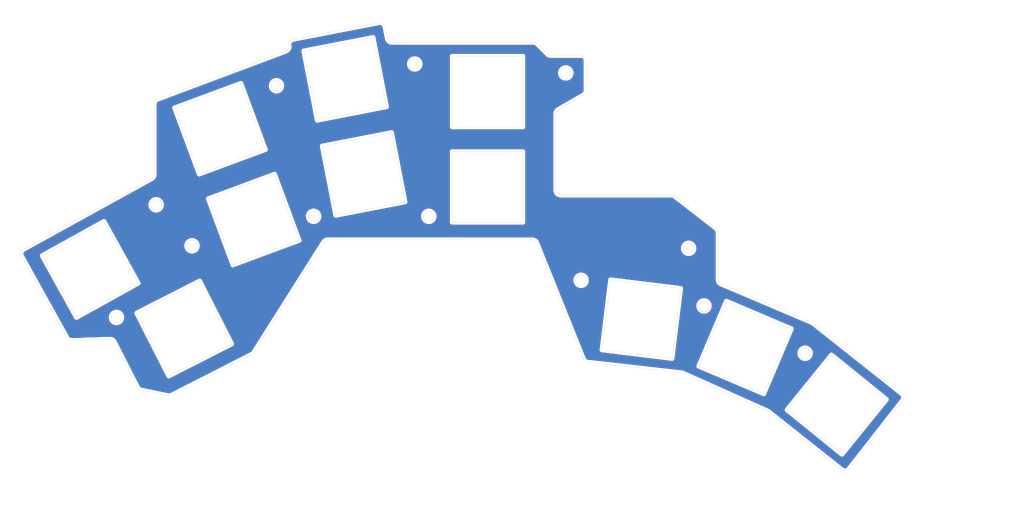
<source format=kicad_pcb>
(kicad_pcb
	(version 20241229)
	(generator "pcbnew")
	(generator_version "9.0")
	(general
		(thickness 1.6)
		(legacy_teardrops no)
	)
	(paper "A4")
	(layers
		(0 "F.Cu" signal)
		(2 "B.Cu" signal)
		(9 "F.Adhes" user "F.Adhesive")
		(11 "B.Adhes" user "B.Adhesive")
		(13 "F.Paste" user)
		(15 "B.Paste" user)
		(5 "F.SilkS" user "F.Silkscreen")
		(7 "B.SilkS" user "B.Silkscreen")
		(1 "F.Mask" user)
		(3 "B.Mask" user)
		(17 "Dwgs.User" user "User.Drawings")
		(19 "Cmts.User" user "User.Comments")
		(21 "Eco1.User" user "User.Eco1")
		(23 "Eco2.User" user "User.Eco2")
		(25 "Edge.Cuts" user)
		(27 "Margin" user)
		(31 "F.CrtYd" user "F.Courtyard")
		(29 "B.CrtYd" user "B.Courtyard")
		(35 "F.Fab" user)
		(33 "B.Fab" user)
		(39 "User.1" user)
		(41 "User.2" user)
		(43 "User.3" user)
		(45 "User.4" user)
	)
	(setup
		(pad_to_mask_clearance 0)
		(allow_soldermask_bridges_in_footprints no)
		(tenting front back)
		(pcbplotparams
			(layerselection 0x00000000_00000000_55555555_5755f5ff)
			(plot_on_all_layers_selection 0x00000000_00000000_00000000_00000000)
			(disableapertmacros no)
			(usegerberextensions no)
			(usegerberattributes yes)
			(usegerberadvancedattributes yes)
			(creategerberjobfile yes)
			(dashed_line_dash_ratio 12.000000)
			(dashed_line_gap_ratio 3.000000)
			(svgprecision 4)
			(plotframeref no)
			(mode 1)
			(useauxorigin no)
			(hpglpennumber 1)
			(hpglpenspeed 20)
			(hpglpendiameter 15.000000)
			(pdf_front_fp_property_popups yes)
			(pdf_back_fp_property_popups yes)
			(pdf_metadata yes)
			(pdf_single_document no)
			(dxfpolygonmode yes)
			(dxfimperialunits yes)
			(dxfusepcbnewfont yes)
			(psnegative no)
			(psa4output no)
			(plot_black_and_white yes)
			(sketchpadsonfab no)
			(plotpadnumbers no)
			(hidednponfab no)
			(sketchdnponfab yes)
			(crossoutdnponfab yes)
			(subtractmaskfromsilk yes)
			(outputformat 1)
			(mirror no)
			(drillshape 0)
			(scaleselection 1)
			(outputdirectory "/home/ghostbird/git/darling/pcb/gerber/top/")
		)
	)
	(net 0 "")
	(net 1 "gnd")
	(gr_arc
		(start 46.498002 37.0748)
		(mid 46.676283 36.50481)
		(end 47.139539 36.141089)
		(stroke
			(width 0.05)
			(type default)
		)
		(layer "Edge.Cuts")
		(uuid "038fd305-23a0-4c2f-bab2-fb0bdb205fa1")
	)
	(gr_line
		(start 184.366859 109.501989)
		(end 194.987085 95.926893)
		(stroke
			(width 0.05)
			(type default)
		)
		(layer "Edge.Cuts")
		(uuid "07ae53c5-24ef-4fda-b543-f4f12108cb91")
	)
	(gr_arc
		(start 37.662676 83.767696)
		(mid 38.20416 83.905382)
		(end 38.587255 84.312125)
		(stroke
			(width 0.05)
			(type default)
		)
		(layer "Edge.Cuts")
		(uuid "0a1671bf-fef3-41af-9c6e-ad4875ba50e0")
	)
	(gr_arc
		(start 121.504804 64.055681)
		(mid 122.064728 64.227272)
		(end 122.434523 64.6878)
		(stroke
			(width 0.05)
			(type default)
		)
		(layer "Edge.Cuts")
		(uuid "1230cc1b-15f7-4956-9eb5-53c522ec89f7")
	)
	(gr_line
		(start 132.49082 88.313229)
		(end 151.144017 90.42854)
		(stroke
			(width 0.05)
			(type default)
		)
		(layer "Edge.Cuts")
		(uuid "196163bc-cb3e-430b-82bd-df63bdb6b87e")
	)
	(gr_circle
		(center 78.128 59.372002)
		(end 79.178 59.372002)
		(stroke
			(width 0.05)
			(type default)
		)
		(fill no)
		(layer "Edge.Cuts")
		(uuid "1c03c54f-4bf3-4cad-830a-3847567c0ca1")
	)
	(gr_line
		(start 38.587255 84.312125)
		(end 43.183115 93.307021)
		(stroke
			(width 0.05)
			(type default)
		)
		(layer "Edge.Cuts")
		(uuid "1d2b0775-2f21-422a-b1d4-27d431a10535")
	)
	(gr_circle
		(center 70.762 33.464002)
		(end 71.812 33.464002)
		(stroke
			(width 0.05)
			(type default)
		)
		(fill no)
		(layer "Edge.Cuts")
		(uuid "206ad1ae-5528-4fd0-873e-ebba896df560")
	)
	(gr_arc
		(start 125.2122 27.446002)
		(mid 124.829531 27.369882)
		(end 124.505049 27.153051)
		(stroke
			(width 0.05)
			(type default)
		)
		(layer "Edge.Cuts")
		(uuid "20d9da2f-7a48-45fb-b0e3-e288b283ed3d")
	)
	(gr_poly
		(pts
			(xy 160.03746 76.225072) (xy 172.924527 81.695309) (xy 167.45429 94.582376) (xy 154.567223 89.112139)
		)
		(stroke
			(width 0.05)
			(type default)
		)
		(fill no)
		(layer "Edge.Cuts")
		(uuid "288c5110-34d8-44da-a5e6-2e879a36bd81")
	)
	(gr_line
		(start 30.109631 84.025614)
		(end 37.662676 83.767696)
		(stroke
			(width 0.05)
			(type default)
		)
		(layer "Edge.Cuts")
		(uuid "28a43bd3-23cb-4b75-8331-07a93098dcba")
	)
	(gr_line
		(start 43.876175 93.846265)
		(end 49.252786 94.973614)
		(stroke
			(width 0.05)
			(type default)
		)
		(layer "Edge.Cuts")
		(uuid "2c0c26f2-edda-4a5a-bf9a-c385e1f620eb")
	)
	(gr_poly
		(pts
			(xy 50.564128 37.850627) (xy 63.694574 32.993527) (xy 68.551674 46.123973) (xy 55.421228 50.981073)
		)
		(stroke
			(width 0.05)
			(type default)
		)
		(fill no)
		(layer "Edge.Cuts")
		(uuid "305554c4-3683-41e2-b69b-12fb0e4a9206")
	)
	(gr_arc
		(start 149.140741 55.146373)
		(mid 149.464252 55.200093)
		(end 149.746825 55.350793)
		(stroke
			(width 0.05)
			(type default)
		)
		(layer "Edge.Cuts")
		(uuid "34494720-6554-49b1-b02e-aab1faca85e1")
	)
	(gr_line
		(start 132.2 34.4228)
		(end 132.199998 28.446)
		(stroke
			(width 0.05)
			(type default)
		)
		(layer "Edge.Cuts")
		(uuid "36797317-11b0-4adc-8c44-70d0a648dcfc")
	)
	(gr_arc
		(start 127.200058 55.149851)
		(mid 126.492932 54.857017)
		(end 126.200052 54.15)
		(stroke
			(width 0.05)
			(type default)
		)
		(layer "Edge.Cuts")
		(uuid "36abd298-c832-4822-a461-9f9f95bb7198")
	)
	(gr_arc
		(start 73.237042 25.48355)
		(mid 73.128004 26.162962)
		(end 72.595878 26.614795)
		(stroke
			(width 0.05)
			(type default)
		)
		(layer "Edge.Cuts")
		(uuid "3a5f1338-6b4d-4c04-86e5-6b00f46ac020")
	)
	(gr_rect
		(start 105.646037 27.619164)
		(end 119.646037 41.619164)
		(stroke
			(width 0.05)
			(type solid)
		)
		(fill no)
		(layer "Edge.Cuts")
		(uuid "41e1bdf8-6659-4bea-87fe-bfce00da9680")
	)
	(gr_poly
		(pts
			(xy 76.181196 26.555708) (xy 89.923976 23.884382) (xy 92.595302 37.627162) (xy 78.852522 40.298488)
		)
		(stroke
			(width 0.05)
			(type default)
		)
		(fill no)
		(layer "Edge.Cuts")
		(uuid "42dcb6d8-6f25-4cc2-b97a-756cbbaa334c")
	)
	(gr_arc
		(start 73.226178 25.427667)
		(mid 73.37887 24.677343)
		(end 74.004666 24.257484)
		(stroke
			(width 0.05)
			(type default)
		)
		(layer "Edge.Cuts")
		(uuid "48c1c4fa-1742-44f1-9f8a-370b5039cf07")
	)
	(gr_circle
		(center 100.988 59.372002)
		(end 102.038 59.372002)
		(stroke
			(width 0.05)
			(type default)
		)
		(fill no)
		(layer "Edge.Cuts")
		(uuid "493514f3-6dae-4b3b-addc-90e66667e1e7")
	)
	(gr_arc
		(start 49.912238 94.885778)
		(mid 49.590027 94.986146)
		(end 49.252786 94.973614)
		(stroke
			(width 0.05)
			(type default)
		)
		(layer "Edge.Cuts")
		(uuid "4964d326-a2e6-4e3a-bbc1-34819c1b7b16")
	)
	(gr_poly
		(pts
			(xy 57.250258 55.888657) (xy 70.375609 51.01781) (xy 75.246456 64.143161) (xy 62.121105 69.014008)
		)
		(stroke
			(width 0.05)
			(type default)
		)
		(fill no)
		(layer "Edge.Cuts")
		(uuid "4eef9af2-a28c-4c99-abbd-b7a038c60fe5")
	)
	(gr_arc
		(start 121.7837 24.846002)
		(mid 122.166469 24.922122)
		(end 122.485899 25.133901)
		(stroke
			(width 0.05)
			(type default)
		)
		(layer "Edge.Cuts")
		(uuid "524afe59-c36b-4533-9086-3573c33bc6a8")
	)
	(gr_circle
		(center 98.194 29.146002)
		(end 99.244 29.146002)
		(stroke
			(width 0.05)
			(type default)
		)
		(fill no)
		(layer "Edge.Cuts")
		(uuid "57667a5a-517c-45c1-bd0d-9678d7e5bd0f")
	)
	(gr_circle
		(center 128.166 30.924002)
		(end 129.216 30.924002)
		(stroke
			(width 0.05)
			(type default)
		)
		(fill no)
		(layer "Edge.Cuts")
		(uuid "58058a53-2457-49b9-ab7d-f90fff3c30e5")
	)
	(gr_line
		(start 126.696987 38.179521)
		(end 131.700228 35.288793)
		(stroke
			(width 0.05)
			(type default)
		)
		(layer "Edge.Cuts")
		(uuid "58577293-52ef-4325-bd73-942f225ddca0")
	)
	(gr_arc
		(start 132.49082 88.313229)
		(mid 131.999955 88.116909)
		(end 131.677827 87.697914)
		(stroke
			(width 0.05)
			(type default)
		)
		(layer "Edge.Cuts")
		(uuid "5ec7795e-80d5-4030-a959-ecae9c883d13")
	)
	(gr_line
		(start 168.399086 98.126313)
		(end 182.951855 109.664763)
		(stroke
			(width 0.05)
			(type default)
		)
		(layer "Edge.Cuts")
		(uuid "65d95472-14d3-4efe-899b-3e9a37e2de17")
	)
	(gr_arc
		(start 80.10907 64.512572)
		(mid 80.471867 64.171332)
		(end 80.960135 64.047405)
		(stroke
			(width 0.05)
			(type default)
		)
		(layer "Edge.Cuts")
		(uuid "697ff0bf-2445-4051-a4f8-63cf581edaea")
	)
	(gr_arc
		(start 168.1829 97.994545)
		(mid 168.293888 98.052773)
		(end 168.399086 98.126313)
		(stroke
			(width 0.05)
			(type default)
		)
		(layer "Edge.Cuts")
		(uuid "6c1f8902-dc3d-4c20-a741-14f88a9f431e")
	)
	(gr_arc
		(start 20.183639 67.273451)
		(mid 20.096692 66.512185)
		(end 20.575009 65.912356)
		(stroke
			(width 0.05)
			(type default)
		)
		(layer "Edge.Cuts")
		(uuid "6cefeb44-b2d8-418b-a648-53d78cb1c3f1")
	)
	(gr_arc
		(start 132.2 34.4228)
		(mid 132.066106 34.922726)
		(end 131.700228 35.288752)
		(stroke
			(width 0.05)
			(type default)
		)
		(layer "Edge.Cuts")
		(uuid "7af3f9f0-8f9d-42da-ba57-e109c9599c06")
	)
	(gr_line
		(start 92.74071 24.036809)
		(end 92.292229 21.729551)
		(stroke
			(width 0.05)
			(type solid)
		)
		(layer "Edge.Cuts")
		(uuid "81b5420f-b026-42de-bbb8-36cf456e1525")
	)
	(gr_line
		(start 20.183639 67.273451)
		(end 29.206726 83.521501)
		(stroke
			(width 0.05)
			(type default)
		)
		(layer "Edge.Cuts")
		(uuid "81c1db4a-a6b5-41e9-abf1-9d67ed02550d")
	)
	(gr_circle
		(center 155.598 77.152002)
		(end 156.648 77.152002)
		(stroke
			(width 0.05)
			(type default)
		)
		(fill no)
		(layer "Edge.Cuts")
		(uuid "850d008e-484e-40cc-8bd0-6bbcf6617439")
	)
	(gr_line
		(start 122.434523 64.6878)
		(end 131.677827 87.697914)
		(stroke
			(width 0.05)
			(type default)
		)
		(layer "Edge.Cuts")
		(uuid "86dfff91-2736-4aff-b6eb-3f52270b3aa4")
	)
	(gr_line
		(start 194.820775 94.527151)
		(end 177.146886 80.513536)
		(stroke
			(width 0.05)
			(type solid)
		)
		(layer "Edge.Cuts")
		(uuid "88df0412-06ae-41d0-81b3-a4dd9e33fef5")
	)
	(gr_line
		(start 66.255881 86.396596)
		(end 80.109069 64.512572)
		(stroke
			(width 0.05)
			(type default)
		)
		(layer "Edge.Cuts")
		(uuid "8ca23aba-6f74-4f1d-bd43-1c780844887f")
	)
	(gr_circle
		(center 46.886 57.086002)
		(end 47.936 57.086002)
		(stroke
			(width 0.05)
			(type default)
		)
		(fill no)
		(layer "Edge.Cuts")
		(uuid "8d565f07-3a2a-4b4b-8e9c-9e4bb3ef8356")
	)
	(gr_rect
		(start 105.646037 46.544164)
		(end 119.646037 60.544164)
		(stroke
			(width 0.05)
			(type solid)
		)
		(fill no)
		(layer "Edge.Cuts")
		(uuid "969c160b-2dbe-4f86-9807-6616d40a9891")
	)
	(gr_poly
		(pts
			(xy 24.281109 67.182628) (xy 36.525785 60.395294) (xy 43.313119 72.63997) (xy 31.068443 79.427304)
		)
		(stroke
			(width 0.05)
			(type default)
		)
		(fill no)
		(layer "Edge.Cuts")
		(uuid "99b4f418-31f0-4cdf-a0d3-4ede646a7388")
	)
	(gr_poly
		(pts
			(xy 79.850456 45.4324) (xy 93.593236 42.761074) (xy 96.264562 56.503854) (xy 82.521782 59.17518)
		)
		(stroke
			(width 0.05)
			(type default)
		)
		(fill no)
		(layer "Edge.Cuts")
		(uuid "9cca002d-f93b-455d-be8a-aca2cbd55209")
	)
	(gr_poly
		(pts
			(xy 43.038873 78.577505) (xy 55.512964 72.221638) (xy 61.868831 84.695729) (xy 49.39474 91.051596)
		)
		(stroke
			(width 0.05)
			(type default)
		)
		(fill no)
		(layer "Edge.Cuts")
		(uuid "9dcb4e1c-57f0-4f4c-aeda-eb021d0c4078")
	)
	(gr_circle
		(center 152.55 65.722002)
		(end 153.6 65.722002)
		(stroke
			(width 0.05)
			(type default)
		)
		(fill no)
		(layer "Edge.Cuts")
		(uuid "a0742cb6-b582-4fae-8349-67d4b3ab9e11")
	)
	(gr_arc
		(start 93.7223 24.846002)
		(mid 93.086238 24.61764)
		(end 92.74071 24.036809)
		(stroke
			(width 0.05)
			(type default)
		)
		(layer "Edge.Cuts")
		(uuid "a257c1a1-6419-44d5-a075-bbe8db378b64")
	)
	(gr_line
		(start 131.2 27.446002)
		(end 125.2122 27.446002)
		(stroke
			(width 0.05)
			(type default)
		)
		(layer "Edge.Cuts")
		(uuid "a2c509a1-db83-424a-bdaa-f5108f053422")
	)
	(gr_line
		(start 46.498002 37.0748)
		(end 46.498 51.0261)
		(stroke
			(width 0.05)
			(type default)
		)
		(layer "Edge.Cuts")
		(uuid "a5153d60-4a62-4cfb-a595-466e9482b62f")
	)
	(gr_line
		(start 149.140741 55.146373)
		(end 127.200058 55.149851)
		(stroke
			(width 0.05)
			(type default)
		)
		(layer "Edge.Cuts")
		(uuid "abdd7ddb-2e25-4811-9dba-aa7ab7b77a20")
	)
	(gr_arc
		(start 131.2 27.446002)
		(mid 131.907107 27.738895)
		(end 132.199998 28.446)
		(stroke
			(width 0.05)
			(type default)
		)
		(layer "Edge.Cuts")
		(uuid "b324ec8c-ffe0-473f-8e08-6c703b64ea66")
	)
	(gr_line
		(start 177.007966 80.441329)
		(end 159.007507 72.80467)
		(stroke
			(width 0.05)
			(type default)
		)
		(layer "Edge.Cuts")
		(uuid "bf033c87-fe31-4c02-ab2e-8db9ef08aa58")
	)
	(gr_arc
		(start 151.144017 90.42854)
		(mid 151.294855 90.457516)
		(end 151.443576 90.511083)
		(stroke
			(width 0.05)
			(type default)
		)
		(layer "Edge.Cuts")
		(uuid "c7880da8-a2ec-4f0e-b017-9725d4634b17")
	)
	(gr_line
		(start 158.398002 71.884)
		(end 158.397974 62.5365)
		(stroke
			(width 0.05)
			(type default)
		)
		(layer "Edge.Cuts")
		(uuid "c8a09d8e-acb2-4ab9-9448-47a0b25ba2e8")
	)
	(gr_poly
		(pts
			(xy 180.904357 86.897685) (xy 191.784402 95.708172) (xy 182.973915 106.588217) (xy 172.09387 97.77773)
		)
		(stroke
			(width 0.05)
			(type default)
		)
		(fill no)
		(layer "Edge.Cuts")
		(uuid "c9fa1347-2991-4326-aa1c-c4b7932ae0d1")
	)
	(gr_circle
		(center 131.214 72.072002)
		(end 132.264 72.072002)
		(stroke
			(width 0.05)
			(type default)
		)
		(fill no)
		(layer "Edge.Cuts")
		(uuid "cdad53cf-0f2e-4e9a-9309-36167d7b8167")
	)
	(gr_line
		(start 73.226178 25.427667)
		(end 73.237042 25.48355)
		(stroke
			(width 0.05)
			(type solid)
		)
		(layer "Edge.Cuts")
		(uuid "ce39fb52-5fe8-44e2-90ba-4b9fa87edaab")
	)
	(gr_line
		(start 151.443576 90.511083)
		(end 168.1829 97.994545)
		(stroke
			(width 0.05)
			(type default)
		)
		(layer "Edge.Cuts")
		(uuid "ce75f5a3-6faf-45bb-abbb-bd247cebc6b3")
	)
	(gr_arc
		(start 126.200052 39.053997)
		(mid 126.333894 38.543945)
		(end 126.696987 38.179521)
		(stroke
			(width 0.05)
			(type default)
		)
		(layer "Edge.Cuts")
		(uuid "d0aa2e0f-d8a8-4639-b354-6d163e6b099d")
	)
	(gr_line
		(start 45.980908 51.901737)
		(end 20.575009 65.912356)
		(stroke
			(width 0.05)
			(type default)
		)
		(layer "Edge.Cuts")
		(uuid "d2d0abcd-dd14-46a6-802d-ad1479c6ccde")
	)
	(gr_line
		(start 126.200052 54.15)
		(end 126.200052 39.053997)
		(stroke
			(width 0.05)
			(type default)
		)
		(layer "Edge.Cuts")
		(uuid "d3946ee3-891e-403e-8fb4-a106ce3321a0")
	)
	(gr_arc
		(start 66.255881 86.396596)
		(mid 66.069893 86.61392)
		(end 65.899699 86.734155)
		(stroke
			(width 0.05)
			(type default)
		)
		(layer "Edge.Cuts")
		(uuid "d4bda7fa-01a6-4e51-8c73-3408956641a8")
	)
	(gr_line
		(start 80.960135 64.047405)
		(end 121.504804 64.055681)
		(stroke
			(width 0.05)
			(type default)
		)
		(layer "Edge.Cuts")
		(uuid "d76719e5-5aa5-424d-b175-8ea87a8ade2b")
	)
	(gr_line
		(start 72.595878 26.614795)
		(end 47.139539 36.141089)
		(stroke
			(width 0.05)
			(type solid)
		)
		(layer "Edge.Cuts")
		(uuid "d847a8d0-3aa2-4ec9-b63f-76c03a94d152")
	)
	(gr_arc
		(start 46.498 51.0261)
		(mid 46.359091 51.534553)
		(end 45.980908 51.901737)
		(stroke
			(width 0.05)
			(type default)
		)
		(layer "Edge.Cuts")
		(uuid "d8b8a36a-0599-423d-8f49-17c5572b4652")
	)
	(gr_arc
		(start 194.820774 94.527152)
		(mid 195.192606 95.193745)
		(end 194.987085 95.926893)
		(stroke
			(width 0.05)
			(type default)
		)
		(layer "Edge.Cuts")
		(uuid "db181662-906b-41c0-9e7d-e46a4a6265b4")
	)
	(gr_arc
		(start 177.007966 80.441329)
		(mid 177.128104 80.502112)
		(end 177.146886 80.513536)
		(stroke
			(width 0.05)
			(type default)
		)
		(layer "Edge.Cuts")
		(uuid "e3d46b06-6b65-4516-98c7-7fa62098ba11")
	)
	(gr_line
		(start 158.010054 61.745767)
		(end 149.746825 55.350793)
		(stroke
			(width 0.05)
			(type solid)
		)
		(layer "Edge.Cuts")
		(uuid "e40b2e4e-6ea5-45cf-bb47-b2b89d84c5a0")
	)
	(gr_line
		(start 124.505049 27.153051)
		(end 122.485899 25.133901)
		(stroke
			(width 0.05)
			(type solid)
		)
		(layer "Edge.Cuts")
		(uuid "e662ef99-a857-48d5-8506-935dd80565f2")
	)
	(gr_arc
		(start 43.876175 93.846265)
		(mid 43.467362 93.656838)
		(end 43.183115 93.307021)
		(stroke
			(width 0.05)
			(type default)
		)
		(layer "Edge.Cuts")
		(uuid "e6f16a7a-a855-42c5-ae10-f1102ce7fc08")
	)
	(gr_poly
		(pts
			(xy 137.066048 71.974804) (xy 150.961694 73.680974) (xy 149.255524 87.57662) (xy 135.359878 85.87045)
		)
		(stroke
			(width 0.05)
			(type solid)
		)
		(fill no)
		(layer "Edge.Cuts")
		(uuid "e8f4ff7d-8aa9-4427-bba0-8de8dea294fe")
	)
	(gr_circle
		(center 175.664 86.550002)
		(end 176.714 86.550002)
		(stroke
			(width 0.05)
			(type default)
		)
		(fill no)
		(layer "Edge.Cuts")
		(uuid "e9eec54e-3d7c-41b2-a913-1da8644304b0")
	)
	(gr_arc
		(start 91.120249 20.938642)
		(mid 91.869993 21.091447)
		(end 92.292229 21.729551)
		(stroke
			(width 0.05)
			(type default)
		)
		(layer "Edge.Cuts")
		(uuid "ebc752ee-4945-43fd-99f1-73afbed54065")
	)
	(gr_line
		(start 49.91224 94.885778)
		(end 65.899699 86.734155)
		(stroke
			(width 0.05)
			(type default)
		)
		(layer "Edge.Cuts")
		(uuid "ec6f3060-95bc-4cb0-b59c-c58576a8b86c")
	)
	(gr_arc
		(start 158.010054 61.745767)
		(mid 158.295784 62.096148)
		(end 158.397974 62.5366)
		(stroke
			(width 0.05)
			(type default)
		)
		(layer "Edge.Cuts")
		(uuid "ecca4a4e-4603-46d1-8d80-475f92c73fdf")
	)
	(gr_circle
		(center 53.998 65.214002)
		(end 55.048 65.214002)
		(stroke
			(width 0.05)
			(type default)
		)
		(fill no)
		(layer "Edge.Cuts")
		(uuid "f344500c-a265-423d-ab92-925175c466c8")
	)
	(gr_line
		(start 91.120249 20.938642)
		(end 74.004666 24.257484)
		(stroke
			(width 0.05)
			(type solid)
		)
		(layer "Edge.Cuts")
		(uuid "f4ce7034-8017-4ae6-9302-44465ea73865")
	)
	(gr_circle
		(center 39.012 79.438002)
		(end 40.062 79.438002)
		(stroke
			(width 0.05)
			(type default)
		)
		(fill no)
		(layer "Edge.Cuts")
		(uuid "f5698a75-9c03-4898-8694-f0eb749e3bc4")
	)
	(gr_arc
		(start 184.366859 109.501989)
		(mid 183.698058 109.8788)
		(end 182.951855 109.664763)
		(stroke
			(width 0.05)
			(type default)
		)
		(layer "Edge.Cuts")
		(uuid "f73b7b0c-902c-47f3-a2b7-fc851258988a")
	)
	(gr_arc
		(start 30.109631 84.025614)
		(mid 29.582746 83.896354)
		(end 29.206726 83.521501)
		(stroke
			(width 0.05)
			(type default)
		)
		(layer "Edge.Cuts")
		(uuid "fad682fc-de4b-42f0-baa6-2bd9f62be032")
	)
	(gr_arc
		(start 159.007507 72.80467)
		(mid 158.564148 72.436029)
		(end 158.398002 71.884)
		(stroke
			(width 0.05)
			(type default)
		)
		(layer "Edge.Cuts")
		(uuid "fd69bf94-84e6-47bb-95a7-454d55667664")
	)
	(gr_line
		(start 121.7837 24.846002)
		(end 93.7223 24.846002)
		(stroke
			(width 0.05)
			(type default)
		)
		(layer "Edge.Cuts")
		(uuid "ff165b2f-4a81-49c5-a440-461107ff1fde")
	)
	(zone
		(net 1)
		(net_name "gnd")
		(layers "F.Cu" "B.Cu")
		(uuid "d8cbf756-eb62-4ac0-a09e-3e7243bb0e07")
		(hatch edge 0.5)
		(connect_pads yes
			(clearance 0.5)
		)
		(min_thickness 0.25)
		(filled_areas_thickness no)
		(fill yes
			(thermal_gap 0.5)
			(thermal_bridge_width 0.5)
			(smoothing fillet)
			(radius 1)
		)
		(polygon
			(pts
				(xy 219.098 118.046) (xy 15.898 118.046) (xy 15.898 16.446) (xy 219.098 16.446)
			)
		)
		(filled_polygon
			(layer "F.Cu")
			(pts
				(xy 91.340806 21.423145) (xy 91.423806 21.435263) (xy 91.450641 21.44232) (xy 91.528875 21.472603)
				(xy 91.553471 21.485455) (xy 91.579021 21.502698) (xy 91.622997 21.532378) (xy 91.644124 21.550385)
				(xy 91.701466 21.611595) (xy 91.718057 21.63385) (xy 91.760347 21.706285) (xy 91.771572 21.731675)
				(xy 91.798917 21.818807) (xy 91.802328 21.832273) (xy 91.813488 21.889704) (xy 91.813493 21.889716)
				(xy 91.814919 21.897049) (xy 92.26346 24.204619) (xy 92.263597 24.20514) (xy 92.271399 24.245302)
				(xy 92.349321 24.462057) (xy 92.459402 24.664369) (xy 92.459413 24.664385) (xy 92.599071 24.847515)
				(xy 92.599079 24.847523) (xy 92.765061 25.007206) (xy 92.76507 25.007214) (xy 92.883402 25.090419)
				(xy 92.953479 25.139695) (xy 93.159903 25.241874) (xy 93.379504 25.311353) (xy 93.607135 25.346504)
				(xy 93.7223 25.346502) (xy 93.788192 25.346502) (xy 121.717832 25.346502) (xy 121.717858 25.346509)
				(xy 121.77774 25.346502) (xy 121.789744 25.347086) (xy 121.868326 25.354747) (xy 121.891949 25.359399)
				(xy 121.961753 25.380364) (xy 121.984027 25.389495) (xy 122.048464 25.423561) (xy 122.068555 25.436829)
				(xy 122.129136 25.485908) (xy 122.13876 25.494576) (xy 124.114789 27.470604) (xy 124.114799 27.470623)
				(xy 124.15111 27.506939) (xy 124.15111 27.50694) (xy 124.220654 27.576494) (xy 124.220659 27.576499)
				(xy 124.376706 27.696252) (xy 124.376707 27.696253) (xy 124.429459 27.726712) (xy 124.547065 27.79462)
				(xy 124.728802 27.869905) (xy 124.918812 27.920823) (xy 125.113843 27.946502) (xy 125.146308 27.946502)
				(xy 131.134108 27.946502) (xy 131.19304 27.946502) (xy 131.206922 27.947282) (xy 131.223411 27.949139)
				(xy 131.297267 27.95746) (xy 131.324332 27.963638) (xy 131.403538 27.991353) (xy 131.428548 28.003397)
				(xy 131.499605 28.048045) (xy 131.521312 28.065357) (xy 131.580642 28.124687) (xy 131.597955 28.146396)
				(xy 131.6426 28.217448) (xy 131.654647 28.242465) (xy 131.68236 28.321663) (xy 131.688539 28.348735)
				(xy 131.698718 28.439077) (xy 131.699498 28.45296) (xy 131.699498 34.349868) (xy 131.699492 34.349992)
				(xy 131.699499 34.416354) (xy 131.698821 34.429314) (xy 131.689959 34.513724) (xy 131.684574 34.539076)
				(xy 131.660375 34.613593) (xy 131.649837 34.637274) (xy 131.610679 34.705127) (xy 131.59545 34.726097)
				(xy 131.54304 34.784332) (xy 131.523781 34.801681) (xy 131.455408 34.851384) (xy 131.444585 34.858421)
				(xy 131.443594 34.858994) (xy 131.3928 34.88834) (xy 131.392713 34.888425) (xy 131.385732 34.892464)
				(xy 131.385722 34.892466) (xy 131.385678 34.892496) (xy 126.510516 37.709224) (xy 126.50737 37.710783)
				(xy 126.446113 37.746434) (xy 126.445777 37.746629) (xy 126.38462 37.781964) (xy 126.381238 37.784234)
				(xy 126.347452 37.80392) (xy 126.171119 37.945827) (xy 126.171118 37.945828) (xy 126.018078 38.112564)
				(xy 125.891772 38.300375) (xy 125.891767 38.300383) (xy 125.795068 38.505) (xy 125.795065 38.505008)
				(xy 125.730143 38.721836) (xy 125.69848 38.945929) (xy 125.69848 38.945935) (xy 125.699546 39.055702)
				(xy 125.699552 39.056906) (xy 125.699552 54.098634) (xy 125.699549 54.098644) (xy 125.699549 54.257315)
				(xy 125.7301 54.469774) (xy 125.790573 54.675704) (xy 125.790575 54.67571) (xy 125.845517 54.796002)
				(xy 125.879746 54.870945) (xy 125.932962 54.953739) (xy 125.995799 55.051503) (xy 126.136362 55.213698)
				(xy 126.136364 55.213699) (xy 126.136366 55.213702) (xy 126.298589 55.354245) (xy 126.479164 55.470267)
				(xy 126.479175 55.470272) (xy 126.674404 55.559404) (xy 126.674407 55.559405) (xy 126.674414 55.559408)
				(xy 126.880363 55.619851) (xy 127.092819 55.650367) (xy 127.092819 55.650366) (xy 127.09282 55.650367)
				(xy 127.092836 55.650366) (xy 127.131152 55.65036) (xy 127.134244 55.65036) (xy 127.134245 55.650361)
				(xy 127.153011 55.650358) (xy 127.200137 55.650351) (xy 127.266029 55.650341) (xy 127.26603 55.65034)
				(xy 127.276015 55.650339) (xy 127.276019 55.650338) (xy 149.134038 55.646874) (xy 149.147473 55.647602)
				(xy 149.234945 55.657122) (xy 149.26116 55.662898) (xy 149.33813 55.68886) (xy 149.362487 55.700142)
				(xy 149.428448 55.739883) (xy 149.437479 55.745324) (xy 149.449375 55.75347) (xy 154.513032 59.672272)
				(xy 156.75824 61.409856) (xy 157.65162 62.101249) (xy 157.651622 62.101251) (xy 157.673284 62.118015)
				(xy 157.698141 62.137253) (xy 157.698142 62.137254) (xy 157.708804 62.146524) (xy 157.774937 62.210993)
				(xy 157.792771 62.232862) (xy 157.838774 62.304622) (xy 157.851202 62.329958) (xy 157.87979 62.410265)
				(xy 157.886167 62.437753) (xy 157.896669 62.529526) (xy 157.897473 62.543622) (xy 157.897467 62.602442)
				(xy 157.897473 62.602468) (xy 157.897474 62.610367) (xy 157.897474 62.610369) (xy 157.897501 71.957472)
				(xy 157.897504 71.957509) (xy 157.897505 71.993886) (xy 157.897506 71.99389) (xy 157.92952 72.21131)
				(xy 157.969437 72.343917) (xy 157.992869 72.421756) (xy 158.086197 72.620727) (xy 158.207514 72.80398)
				(xy 158.207516 72.803983) (xy 158.279841 72.884641) (xy 158.354233 72.967604) (xy 158.523222 73.10811)
				(xy 158.710877 73.2225) (xy 158.751368 73.23968) (xy 158.751376 73.239686) (xy 158.812034 73.26542)
				(xy 158.812037 73.265421) (xy 158.812038 73.265422) (xy 158.830777 73.273372) (xy 158.872693 73.291155)
				(xy 158.872694 73.291155) (xy 176.811006 80.901448) (xy 176.81392 80.902729) (xy 176.833399 80.911598)
				(xy 176.839167 80.914408) (xy 176.851053 80.920586) (xy 176.870899 80.933445) (xy 182.142253 85.113098)
				(xy 194.45539 94.876177) (xy 194.455399 94.876185) (xy 194.504382 94.915025) (xy 194.514735 94.92422)
				(xy 194.578963 94.98803) (xy 194.596284 95.009585) (xy 194.641035 95.080147) (xy 194.653149 95.105005)
				(xy 194.68115 95.183731) (xy 194.687454 95.210657) (xy 194.697311 95.293633) (xy 194.697491 95.321283)
				(xy 194.688716 95.404378) (xy 194.682764 95.431382) (xy 194.670517 95.467293) (xy 194.655791 95.510468)
				(xy 194.644001 95.535483) (xy 194.596385 95.612769) (xy 194.588478 95.62413) (xy 194.576418 95.639546)
				(xy 194.576415 95.63955) (xy 194.552293 95.670382) (xy 194.55229 95.670386) (xy 194.549935 95.673397)
				(xy 194.54991 95.673426) (xy 184.000463 109.158055) (xy 184.000463 109.158056) (xy 183.976989 109.188061)
				(xy 183.976986 109.188062) (xy 183.967735 109.198601) (xy 183.913426 109.253822) (xy 183.903388 109.264029)
				(xy 183.881615 109.281654) (xy 183.810191 109.327166) (xy 183.785016 109.339455) (xy 183.705199 109.367772)
				(xy 183.677911 109.374096) (xy 183.59377 109.383776) (xy 183.565755 109.383814) (xy 183.481593 109.374359)
				(xy 183.454287 109.368107) (xy 183.374391 109.340001) (xy 183.349188 109.327781) (xy 183.271668 109.278675)
				(xy 183.260269 109.270516) (xy 183.211787 109.231482) (xy 183.205086 109.226812) (xy 169.750169 98.558816)
				(xy 168.748355 97.764508) (xy 171.589224 97.764508) (xy 171.589224 97.764514) (xy 171.602999 97.89558)
				(xy 171.650226 98.018608) (xy 171.650228 98.018612) (xy 171.727682 98.125219) (xy 171.727686 98.125223)
				(xy 171.727687 98.125224) (xy 172.262638 98.558419) (xy 182.607732 106.935711) (xy 182.710145 107.018644)
				(xy 182.710146 107.018644) (xy 182.710148 107.018646) (xy 182.830539 107.072248) (xy 182.9607 107.092863)
				(xy 183.091763 107.079088) (xy 183.214794 107.031861) (xy 183.288436 106.978355) (xy 183.321404 106.954404)
				(xy 183.321405 106.954402) (xy 183.321409 106.9544) (xy 192.214831 95.971939) (xy 192.268432 95.851548)
				(xy 192.289048 95.721387) (xy 192.275273 95.590324) (xy 192.228046 95.467293) (xy 192.150584 95.360678)
				(xy 192.048169 95.277743) (xy 192.048166 95.277741) (xy 187.391983 91.507238) (xy 181.168126 86.467257)
				(xy 181.138447 86.454043) (xy 181.047733 86.413654) (xy 181.047728 86.413653) (xy 180.917575 86.393039)
				(xy 180.917573 86.393039) (xy 180.917572 86.393039) (xy 180.85204 86.399926) (xy 180.786506 86.406814)
				(xy 180.663478 86.454041) (xy 180.663474 86.454043) (xy 180.556867 86.531497) (xy 180.556862 86.531503)
				(xy 180.475979 86.631382) (xy 180.475969 86.631397) (xy 171.746376 97.411547) (xy 171.663442 97.51396)
				(xy 171.663441 97.513963) (xy 171.609839 97.634354) (xy 171.609838 97.634356) (xy 171.609838 97.634358)
				(xy 171.589224 97.764508) (xy 168.748355 97.764508) (xy 168.712521 97.736096) (xy 168.712129 97.735784)
				(xy 168.711572 97.735339) (xy 168.711573 97.735339) (xy 168.661955 97.69567) (xy 168.659258 97.693865)
				(xy 168.658406 97.69319) (xy 168.657959 97.692996) (xy 168.654324 97.690564) (xy 168.654323 97.690562)
				(xy 168.556372 97.625028) (xy 168.556371 97.625027) (xy 168.556364 97.625023) (xy 168.556358 97.625019)
				(xy 168.448173 97.565209) (xy 168.447324 97.564519) (xy 168.445239 97.563587) (xy 168.445167 97.563547)
				(xy 168.398282 97.542594) (xy 168.398269 97.542583) (xy 168.398268 97.542588) (xy 151.65159 90.055838)
				(xy 151.651054 90.055596) (xy 151.57872 90.022846) (xy 151.578712 90.022843) (xy 151.578707 90.022841)
				(xy 151.479146 89.989758) (xy 151.430508 89.973596) (xy 151.277993 89.939993) (xy 151.200957 89.931289)
				(xy 151.200957 89.931285) (xy 151.200906 89.931283) (xy 145.087315 89.237989) (xy 143.938703 89.107734)
				(xy 154.062423 89.107734) (xy 154.078484 89.238535) (xy 154.127851 89.360724) (xy 154.20716 89.465971)
				(xy 154.311008 89.547106) (xy 167.198074 95.017342) (xy 167.198075 95.017343) (xy 167.285428 95.054422)
				(xy 167.319383 95.068835) (xy 167.449885 95.087176) (xy 167.580687 95.071116) (xy 167.702875 95.021748)
				(xy 167.808123 94.942439) (xy 167.889257 94.838591) (xy 167.940749 94.717283) (xy 167.940748 94.717283)
				(xy 171.459352 86.427975) (xy 174.1135 86.427975) (xy 174.1135 86.672028) (xy 174.147511 86.886766)
				(xy 174.151679 86.913078) (xy 174.226513 87.143394) (xy 174.227097 87.145189) (xy 174.337896 87.362644)
				(xy 174.481339 87.560078) (xy 174.481343 87.560083) (xy 174.653918 87.732658) (xy 174.653923 87.732662)
				(xy 174.740475 87.795545) (xy 174.851361 87.876108) (xy 175.068815 87.986906) (xy 175.300924 88.062323)
				(xy 175.541973 88.100502) (xy 175.541974 88.100502) (xy 175.786026 88.100502) (xy 175.786027 88.100502)
				(xy 176.027076 88.062323) (xy 176.259185 87.986906) (xy 176.476639 87.876108) (xy 176.674083 87.732657)
				(xy 176.846655 87.560085) (xy 176.990106 87.362641) (xy 177.100904 87.145187) (xy 177.176321 86.913078)
				(xy 177.2145 86.672029) (xy 177.2145 86.427975) (xy 177.176321 86.186926) (xy 177.100904 85.954817)
				(xy 176.990106 85.737363) (xy 176.971779 85.712138) (xy 176.84666 85.539925) (xy 176.846656 85.53992)
				(xy 176.674081 85.367345) (xy 176.674076 85.367341) (xy 176.476642 85.223898) (xy 176.476641 85.223897)
				(xy 176.476639 85.223896) (xy 176.259185 85.113098) (xy 176.027076 85.037681) (xy 176.027074 85.03768)
				(xy 176.027072 85.03768) (xy 175.858769 85.011023) (xy 175.786027 84.999502) (xy 175.541973 84.999502)
				(xy 175.486093 85.008352) (xy 175.300927 85.03768) (xy 175.068812 85.113099) (xy 174.851357 85.223898)
				(xy 174.653923 85.367341) (xy 174.653918 85.367345) (xy 174.481343 85.53992) (xy 174.481339 85.539925)
				(xy 174.337896 85.737359) (xy 174.227097 85.954814) (xy 174.151678 86.186929) (xy 174.1135 86.427975)
				(xy 171.459352 86.427975) (xy 173.410986 81.830216) (xy 173.429327 81.699714) (xy 173.413267 81.568912)
				(xy 173.363899 81.446724) (xy 173.363897 81.446721) (xy 173.363896 81.446719) (xy 173.284594 81.34148)
				(xy 173.284589 81.341475) (xy 173.180743 81.260343) (xy 173.180742 81.260342) (xy 173.059434 81.20885)
				(xy 173.059431 81.208849) (xy 173.05716 81.207885) (xy 173.057159 81.207884) (xy 160.293675 75.790105)
				(xy 160.293675 75.790104) (xy 160.208514 75.753956) (xy 160.172367 75.738613) (xy 160.172364 75.738612)
				(xy 160.172362 75.738612) (xy 160.041865 75.720272) (xy 159.911064 75.736332) (xy 159.911061 75.736333)
				(xy 159.788875 75.7857) (xy 159.788874 75.7857) (xy 159.683628 75.865008) (xy 159.602493 75.968856)
				(xy 159.602285 75.969347) (xy 159.551001 76.090165) (xy 159.551 76.090167) (xy 154.132256 88.855923)
				(xy 154.132256 88.855924) (xy 154.080764 88.977232) (xy 154.062423 89.107734) (xy 143.938703 89.107734)
				(xy 132.553868 87.81667) (xy 132.540781 87.814472) (xy 132.456137 87.795545) (xy 132.431061 87.78704)
				(xy 132.358425 87.753381) (xy 132.335725 87.739746) (xy 132.271888 87.691429) (xy 132.252603 87.673287)
				(xy 132.226545 87.642907) (xy 132.200484 87.612523) (xy 132.185491 87.590701) (xy 132.144426 87.51463)
				(xy 132.138479 87.501948) (xy 131.65224 86.291513) (xy 131.484866 85.874856) (xy 134.855078 85.874856)
				(xy 134.866315 85.954814) (xy 134.873419 86.005357) (xy 134.924911 86.126665) (xy 135.006046 86.230513)
				(xy 135.111293 86.309822) (xy 135.233482 86.359189) (xy 135.364283 86.37525) (xy 135.364284 86.375249)
				(xy 135.382435 86.377478) (xy 135.382439 86.377478) (xy 149.259929 88.08142) (xy 149.390431 88.063079)
				(xy 149.511739 88.011587) (xy 149.615587 87.930452) (xy 149.694896 87.825205) (xy 149.744263 87.703016)
				(xy 149.746672 87.683397) (xy 149.760324 87.572215) (xy 149.760323 87.572214) (xy 149.762007 87.558507)
				(xy 149.762007 87.558493) (xy 149.768142 87.508535) (xy 151.054747 77.029975) (xy 154.0475 77.029975)
				(xy 154.0475 77.080278) (xy 154.0475 77.274029) (xy 154.085679 77.515078) (xy 154.161096 77.747187)
				(xy 154.252042 77.92568) (xy 154.271896 77.964644) (xy 154.415339 78.162078) (xy 154.415343 78.162083)
				(xy 154.587918 78.334658) (xy 154.587923 78.334662) (xy 154.716283 78.42792) (xy 154.785361 78.478108)
				(xy 155.002815 78.588906) (xy 155.234924 78.664323) (xy 155.475973 78.702502) (xy 155.475974 78.702502)
				(xy 155.720026 78.702502) (xy 155.720027 78.702502) (xy 155.961076 78.664323) (xy 156.193185 78.588906)
				(xy 156.410639 78.478108) (xy 156.608083 78.334657) (xy 156.780655 78.162085) (xy 156.924106 77.964641)
				(xy 157.034904 77.747187) (xy 157.110321 77.515078) (xy 157.1485 77.274029) (xy 157.1485 77.029975)
				(xy 157.110321 76.788926) (xy 157.034904 76.556817) (xy 156.924106 76.339363) (xy 156.905779 76.314138)
				(xy 156.78066 76.141925) (xy 156.780656 76.14192) (xy 156.608081 75.969345) (xy 156.608076 75.969341)
				(xy 156.410642 75.825898) (xy 156.410641 75.825897) (xy 156.410639 75.825896) (xy 156.193185 75.715098)
				(xy 155.961076 75.639681) (xy 155.961074 75.63968) (xy 155.961072 75.63968) (xy 155.792769 75.613023)
				(xy 155.720027 75.601502) (xy 155.475973 75.601502) (xy 155.420093 75.610352) (xy 155.234927 75.63968)
				(xy 155.002812 75.715099) (xy 154.785357 75.825898) (xy 154.587923 75.969341) (xy 154.587918 75.969345)
				(xy 154.415343 76.14192) (xy 154.415339 76.141925) (xy 154.271896 76.339359) (xy 154.161097 76.556814)
				(xy 154.085678 76.788929) (xy 154.081155 76.817488) (xy 154.0475 77.029975) (xy 151.054747 77.029975)
				(xy 151.466494 73.676569) (xy 151.448153 73.546067) (xy 151.396661 73.424759) (xy 151.315526 73.320911)
				(xy 151.315525 73.32091) (xy 151.210282 73.241604) (xy 151.210281 73.241603) (xy 151.210279 73.241602)
				(xy 151.205537 73.239686) (xy 151.205522 73.23968) (xy 151.162997 73.222499) (xy 151.088091 73.192235)
				(xy 151.088088 73.192234) (xy 151.088087 73.192234) (xy 151.063724 73.189241) (xy 151.063724 73.189242)
				(xy 151.010505 73.182708) (xy 150.957289 73.176174) (xy 150.957286 73.176174) (xy 137.061643 71.470004)
				(xy 137.061642 71.470004) (xy 137.061641 71.470004) (xy 136.931145 71.488344) (xy 136.931141 71.488345)
				(xy 136.809834 71.539836) (xy 136.809832 71.539837) (xy 136.705984 71.620972) (xy 136.626675 71.726219)
				(xy 136.626673 71.726224) (xy 136.58075 71.839892) (xy 136.580748 71.839897) (xy 136.577309 71.848406)
				(xy 136.577309 71.848408) (xy 136.561248 71.979209) (xy 136.561248 71.979211) (xy 134.871961 85.737359)
				(xy 134.855078 85.874856) (xy 131.484866 85.874856) (xy 125.891156 71.949975) (xy 129.6635 71.949975)
				(xy 129.6635 72.194028) (xy 129.699568 72.421754) (xy 129.701679 72.435078) (xy 129.777096 72.667187)
				(xy 129.887891 72.884636) (xy 129.887896 72.884644) (xy 130.031339 73.082078) (xy 130.031343 73.082083)
				(xy 130.203918 73.254658) (xy 130.203923 73.254662) (xy 130.295108 73.320911) (xy 130.401361 73.398108)
				(xy 130.618815 73.508906) (xy 130.850924 73.584323) (xy 131.091973 73.622502) (xy 131.091974 73.622502)
				(xy 131.336026 73.622502) (xy 131.336027 73.622502) (xy 131.577076 73.584323) (xy 131.809185 73.508906)
				(xy 132.026639 73.398108) (xy 132.224083 73.254657) (xy 132.396655 73.082085) (xy 132.540106 72.884641)
				(xy 132.650904 72.667187) (xy 132.726321 72.435078) (xy 132.7645 72.194029) (xy 132.7645 71.949975)
				(xy 132.726321 71.708926) (xy 132.650904 71.476817) (xy 132.540106 71.259363) (xy 132.521779 71.234138)
				(xy 132.39666 71.061925) (xy 132.396656 71.06192) (xy 132.224081 70.889345) (xy 132.224076 70.889341)
				(xy 132.026642 70.745898) (xy 132.026641 70.745897) (xy 132.026639 70.745896) (xy 131.809185 70.635098)
				(xy 131.577076 70.559681) (xy 131.577074 70.55968) (xy 131.577072 70.55968) (xy 131.408769 70.533023)
				(xy 131.336027 70.521502) (xy 131.091973 70.521502) (xy 131.036093 70.530352) (xy 130.850927 70.55968)
				(xy 130.618812 70.635099) (xy 130.401357 70.745898) (xy 130.203923 70.889341) (xy 130.203918 70.889345)
				(xy 130.031343 71.06192) (xy 130.031339 71.061925) (xy 129.887896 71.259359) (xy 129.777097 71.476814)
				(xy 129.701678 71.708929) (xy 129.6635 71.949975) (xy 125.891156 71.949975) (xy 123.340322 65.599975)
				(xy 150.9995 65.599975) (xy 150.9995 65.650278) (xy 150.9995 65.844029) (xy 151.037679 66.085078)
				(xy 151.113096 66.317187) (xy 151.15359 66.396662) (xy 151.223896 66.534644) (xy 151.367339 66.732078)
				(xy 151.367343 66.732083) (xy 151.539918 66.904658) (xy 151.539923 66.904662) (xy 151.645451 66.981332)
				(xy 151.737361 67.048108) (xy 151.954815 67.158906) (xy 152.186924 67.234323) (xy 152.427973 67.272502)
				(xy 152.427974 67.272502) (xy 152.672026 67.272502) (xy 152.672027 67.272502) (xy 152.913076 67.234323)
				(xy 153.145185 67.158906) (xy 153.362639 67.048108) (xy 153.560083 66.904657) (xy 153.732655 66.732085)
				(xy 153.876106 66.534641) (xy 153.986904 66.317187) (xy 154.062321 66.085078) (xy 154.1005 65.844029)
				(xy 154.1005 65.599975) (xy 154.062321 65.358926) (xy 153.986904 65.126817) (xy 153.876106 64.909363)
				(xy 153.772896 64.767306) (xy 153.73266 64.711925) (xy 153.732656 64.71192) (xy 153.560081 64.539345)
				(xy 153.560076 64.539341) (xy 153.362642 64.395898) (xy 153.362641 64.395897) (xy 153.362639 64.395896)
				(xy 153.145185 64.285098) (xy 152.913076 64.209681) (xy 152.913074 64.20968) (xy 152.913072 64.20968)
				(xy 152.744769 64.183023) (xy 152.672027 64.171502) (xy 152.427973 64.171502) (xy 152.372093 64.180352)
				(xy 152.186927 64.20968) (xy 151.954812 64.285099) (xy 151.737357 64.395898) (xy 151.539923 64.539341)
				(xy 151.539918 64.539345) (xy 151.367343 64.71192) (xy 151.367339 64.711925) (xy 151.223896 64.909359)
				(xy 151.113097 65.126814) (xy 151.037678 65.358929) (xy 151.0144 65.505902) (xy 150.9995 65.599975)
				(xy 123.340322 65.599975) (xy 123.062897 64.909359) (xy 122.90163 64.507904) (xy 122.901385 64.507289)
				(xy 122.85868 64.399317) (xy 122.858672 64.3993) (xy 122.746036 64.205305) (xy 122.746034 64.205302)
				(xy 122.744931 64.203925) (xy 122.605794 64.030189) (xy 122.560087 63.987923) (xy 122.44108 63.877874)
				(xy 122.441079 63.877873) (xy 122.255554 63.75174) (xy 122.145474 63.698854) (xy 122.053336 63.654589)
				(xy 122.053333 63.654588) (xy 122.053331 63.654587) (xy 122.053329 63.654586) (xy 121.83893 63.588583)
				(xy 121.838925 63.588581) (xy 121.838922 63.588581) (xy 121.838917 63.58858) (xy 121.838916 63.58858)
				(xy 121.617081 63.555182) (xy 121.617075 63.555181) (xy 121.507204 63.555181) (xy 121.507203 63.55518)
				(xy 121.507203 63.555181) (xy 121.507181 63.55518) (xy 121.465832 63.555172) (xy 121.45133 63.555169)
				(xy 121.439014 63.555167) (xy 121.439013 63.555167) (xy 121.439011 63.555166) (xy 80.962023 63.546905)
				(xy 80.961208 63.546902) (xy 80.854444 63.546178) (xy 80.854436 63.546179) (xy 80.63908 63.576221)
				(xy 80.430308 63.63699) (xy 80.232477 63.727212) (xy 80.232472 63.727215) (xy 80.049709 63.845013)
				(xy 80.049701 63.845019) (xy 79.885833 63.987922) (xy 79.885832 63.987923) (xy 79.848585 64.031347)
				(xy 79.744263 64.152967) (xy 79.744261 64.15297) (xy 79.74426 64.15297) (xy 79.687333 64.243044)
				(xy 79.687285 64.243121) (xy 65.835729 86.124567) (xy 65.829898 86.132987) (xy 65.789475 86.186496)
				(xy 65.775831 86.201754) (xy 65.730891 86.244345) (xy 65.714922 86.257152) (xy 65.663967 86.291513)
				(xy 65.650965 86.299173) (xy 49.747738 94.407848) (xy 49.747737 94.407847) (xy 49.74773 94.407852)
				(xy 49.691143 94.436704) (xy 49.678324 94.442352) (xy 49.592555 94.474487) (xy 49.565421 94.481284)
				(xy 49.481638 94.492444) (xy 49.45367 94.492986) (xy 49.444232 94.4921) (xy 49.362476 94.484421)
				(xy 49.348626 94.482325) (xy 49.28473 94.468928) (xy 49.284728 94.468927) (xy 43.985785 93.357863)
				(xy 43.972189 93.354195) (xy 43.884792 93.325202) (xy 43.859278 93.313378) (xy 43.786721 93.269134)
				(xy 43.764526 93.251866) (xy 43.703801 93.192408) (xy 43.686069 93.170583) (xy 43.636489 93.093005)
				(xy 43.62959 93.080726) (xy 43.603726 93.027864) (xy 43.603724 93.027862) (xy 43.602421 93.025898)
				(xy 43.595315 93.013747) (xy 42.835909 91.527458) (xy 39.035042 84.0885) (xy 39.032968 84.08444)
				(xy 39.032967 84.08444) (xy 39.017305 84.053787) (xy 38.984603 83.989672) (xy 38.862029 83.815729)
				(xy 38.716137 83.660823) (xy 38.549846 83.528054) (xy 38.531624 83.517324) (xy 38.366483 83.420078)
				(xy 38.16972 83.339057) (xy 37.963492 83.286611) (xy 37.963488 83.28661) (xy 37.751928 83.263791)
				(xy 37.751927 83.263791) (xy 37.740535 83.264187) (xy 37.646132 83.267469) (xy 37.646054 83.267472)
				(xy 37.620507 83.268343) (xy 37.620508 83.268344) (xy 37.57974 83.269735) (xy 37.579741 83.269736)
				(xy 37.579739 83.269736) (xy 37.085559 83.286611) (xy 30.09934 83.525172) (xy 30.085864 83.524899)
				(xy 29.998016 83.518332) (xy 29.971572 83.51343) (xy 29.893692 83.490025) (xy 29.868934 83.479541)
				(xy 29.797921 83.43989) (xy 29.776007 83.424315) (xy 29.715221 83.370292) (xy 29.697176 83.350353)
				(xy 29.645868 83.279529) (xy 29.63788 83.266983) (xy 29.636107 83.263791) (xy 24.260775 73.584323)
				(xy 20.774178 67.305938) (xy 20.737435 67.239775) (xy 23.779534 67.239775) (xy 23.779535 67.239779)
				(xy 23.811416 67.367643) (xy 23.811416 67.367644) (xy 30.462367 79.366278) (xy 30.662641 79.727582)
				(xy 30.748718 79.816718) (xy 30.754187 79.822381) (xy 30.772037 79.833106) (xy 30.867147 79.890253)
				(xy 30.993826 79.926578) (xy 31.12559 79.928878) (xy 31.25346 79.896996) (xy 31.368721 79.833106)
				(xy 31.368721 79.833105) (xy 32.301648 79.315975) (xy 37.4615 79.315975) (xy 37.4615 79.366278)
				(xy 37.4615 79.560029) (xy 37.499679 79.801078) (xy 37.546661 79.945674) (xy 37.575097 80.033189)
				(xy 37.685896 80.250644) (xy 37.829339 80.448078) (xy 37.829343 80.448083) (xy 38.001918 80.620658)
				(xy 38.001923 80.620662) (xy 38.174136 80.745781) (xy 38.199361 80.764108) (xy 38.416815 80.874906)
				(xy 38.648924 80.950323) (xy 38.889973 80.988502) (xy 38.889974 80.988502) (xy 39.134026 80.988502)
				(xy 39.134027 80.988502) (xy 39.375076 80.950323) (xy 39.607185 80.874906) (xy 39.824639 80.764108)
				(xy 40.022083 80.620657) (xy 40.194655 80.448085) (xy 40.338106 80.250641) (xy 40.448904 80.033187)
				(xy 40.524321 79.801078) (xy 40.5625 79.560029) (xy 40.5625 79.315975) (xy 40.524321 79.074926)
				(xy 40.448904 78.842817) (xy 40.338106 78.625363) (xy 40.332112 78.617113) (xy 42.53561 78.617113)
				(xy 42.53561 78.617115) (xy 42.56301 78.746018) (xy 45.641414 84.787725) (xy 48.790213 90.967591)
				(xy 48.978707 91.33753) (xy 48.978709 91.337533) (xy 49.066885 91.435464) (xy 49.177403 91.507234)
				(xy 49.177406 91.507235) (xy 49.17741 91.507238) (xy 49.302744 91.547962) (xy 49.434348 91.554859)
				(xy 49.563252 91.527459) (xy 49.563253 91.527458) (xy 49.563255 91.527458) (xy 49.640883 91.487904)
				(xy 49.680673 91.467631) (xy 49.680673 91.46763) (xy 49.694872 91.460396) (xy 49.694879 91.46039)
				(xy 62.037343 85.171592) (xy 62.154764 85.111764) (xy 62.252699 85.023583) (xy 62.324473 84.91306)
				(xy 62.365197 84.787725) (xy 62.372094 84.656122) (xy 62.344694 84.527217) (xy 62.344693 84.527215)
				(xy 62.344693 84.527214) (xy 62.329975 84.498329) (xy 62.329974 84.498327) (xy 62.284866 84.409796)
				(xy 62.284863 84.409793) (xy 55.988827 72.053127) (xy 55.988827 72.053126) (xy 55.928999 71.935705)
				(xy 55.882444 71.884) (xy 55.840818 71.837769) (xy 55.7303 71.765999) (xy 55.730295 71.765996) (xy 55.604961 71.725272)
				(xy 55.604953 71.725271) (xy 55.473379 71.718376) (xy 55.473364 71.718375) (xy 55.473357 71.718375)
				(xy 55.473356 71.718375) (xy 55.473355 71.718375) (xy 55.34445 71.745775) (xy 47.508068 75.738612)
				(xy 42.870362 78.101641) (xy 42.870361 78.101642) (xy 42.87036 78.101641) (xy 42.752942 78.16147)
				(xy 42.752936 78.161474) (xy 42.655007 78.249649) (xy 42.655 78.249657) (xy 42.583234 78.360168)
				(xy 42.583232 78.360172) (xy 42.583231 78.360174) (xy 42.583231 78.360175) (xy 42.561218 78.427925)
				(xy 42.542507 78.48551) (xy 42.542506 78.485515) (xy 42.53561 78.617113) (xy 40.332112 78.617113)
				(xy 40.236501 78.485515) (xy 40.19466 78.427925) (xy 40.194656 78.42792) (xy 40.022081 78.255345)
				(xy 40.022076 78.255341) (xy 39.824642 78.111898) (xy 39.824641 78.111897) (xy 39.824639 78.111896)
				(xy 39.607185 78.001098) (xy 39.375076 77.925681) (xy 39.375074 77.92568) (xy 39.375072 77.92568)
				(xy 39.206769 77.899023) (xy 39.134027 77.887502) (xy 38.889973 77.887502) (xy 38.834093 77.896352)
				(xy 38.648927 77.92568) (xy 38.416812 78.001099) (xy 38.199357 78.111898) (xy 38.001923 78.255341)
				(xy 38.001918 78.255345) (xy 37.829343 78.42792) (xy 37.829339 78.427925) (xy 37.685896 78.625359)
				(xy 37.575097 78.842814) (xy 37.499678 79.074929) (xy 37.495155 79.103488) (xy 37.4615 79.315975)
				(xy 32.301648 79.315975) (xy 43.613397 73.045772) (xy 43.708195 72.954227) (xy 43.750006 72.884641)
				(xy 43.776068 72.841267) (xy 43.812393 72.714587) (xy 43.814693 72.582823) (xy 43.782811 72.454953)
				(xy 43.733141 72.365346) (xy 43.718921 72.339692) (xy 43.71892 72.339691) (xy 39.701446 65.091975)
				(xy 52.4475 65.091975) (xy 52.4475 65.336028) (xy 52.475326 65.511717) (xy 52.485679 65.577078)
				(xy 52.561096 65.809187) (xy 52.648715 65.98115) (xy 52.671896 66.026644) (xy 52.815339 66.224078)
				(xy 52.815343 66.224083) (xy 52.987918 66.396658) (xy 52.987923 66.396662) (xy 53.145568 66.511197)
				(xy 53.185361 66.540108) (xy 53.402815 66.650906) (xy 53.634924 66.726323) (xy 53.875973 66.764502)
				(xy 53.875974 66.764502) (xy 54.120026 66.764502) (xy 54.120027 66.764502) (xy 54.361076 66.726323)
				(xy 54.593185 66.650906) (xy 54.810639 66.540108) (xy 55.008083 66.396657) (xy 55.180655 66.224085)
				(xy 55.324106 66.026641) (xy 55.434904 65.809187) (xy 55.510321 65.577078) (xy 55.5485 65.336029)
				(xy 55.5485 65.091975) (xy 55.510321 64.850926) (xy 55.434904 64.618817) (xy 55.324106 64.401363)
				(xy 55.209081 64.243044) (xy 55.18066 64.203925) (xy 55.180656 64.20392) (xy 55.008081 64.031345)
				(xy 55.008076 64.031341) (xy 54.810642 63.887898) (xy 54.810641 63.887897) (xy 54.810639 63.887896)
				(xy 54.593185 63.777098) (xy 54.361076 63.701681) (xy 54.361074 63.70168) (xy 54.361072 63.70168)
				(xy 54.192769 63.675023) (xy 54.120027 63.663502) (xy 53.875973 63.663502) (xy 53.820093 63.672352)
				(xy 53.634927 63.70168) (xy 53.402812 63.777099) (xy 53.185357 63.887898) (xy 52.987923 64.031341)
				(xy 52.987918 64.031345) (xy 52.815343 64.20392) (xy 52.815339 64.203925) (xy 52.671896 64.401359)
				(xy 52.561097 64.618814) (xy 52.561096 64.618816) (xy 52.561096 64.618817) (xy 52.544725 64.669203)
				(xy 52.485678 64.850929) (xy 52.4475 65.091975) (xy 39.701446 65.091975) (xy 36.931587 60.095016)
				(xy 36.840042 60.000218) (xy 36.785069 59.967187) (xy 36.785069 59.967186) (xy 36.727083 59.932345)
				(xy 36.600407 59.896021) (xy 36.600403 59.89602) (xy 36.600402 59.89602) (xy 36.598101 59.895979)
				(xy 36.468637 59.893719) (xy 36.468633 59.89372) (xy 36.340769 59.925601) (xy 36.340768 59.925601)
				(xy 36.265746 59.967187) (xy 24.096092 66.712936) (xy 23.980833 66.776824) (xy 23.886031 66.868372)
				(xy 23.81816 66.98133) (xy 23.781836 67.108005) (xy 23.781835 67.108011) (xy 23.779534 67.239775)
				(xy 20.737435 67.239775) (xy 20.624584 67.036562) (xy 20.618515 67.024022) (xy 20.60074 66.98133)
				(xy 20.583507 66.939938) (xy 20.575765 66.913223) (xy 20.56157 66.830369) (xy 20.559979 66.802608)
				(xy 20.564614 66.718677) (xy 20.569251 66.691259) (xy 20.592484 66.610459) (xy 20.603115 66.584775)
				(xy 20.643776 66.511192) (xy 20.659871 66.488516) (xy 20.715907 66.425856) (xy 20.73665 66.40734)
				(xy 20.811074 66.354623) (xy 20.822834 66.347249) (xy 20.874368 66.318836) (xy 20.87437 66.318833)
				(xy 20.882798 66.314187) (xy 20.882881 66.314133) (xy 21.4042 66.026641) (xy 32.455181 59.932345)
				(xy 37.837821 56.963975) (xy 45.3355 56.963975) (xy 45.3355 57.014278) (xy 45.3355 57.208029) (xy 45.373679 57.449078)
				(xy 45.449096 57.681187) (xy 45.540042 57.85968) (xy 45.559896 57.898644) (xy 45.703339 58.096078)
				(xy 45.703343 58.096083) (xy 45.875918 58.268658) (xy 45.875923 58.268662) (xy 46.004283 58.36192)
				(xy 46.073361 58.412108) (xy 46.290815 58.522906) (xy 46.522924 58.598323) (xy 46.763973 58.636502)
				(xy 46.763974 58.636502) (xy 47.008026 58.636502) (xy 47.008027 58.636502) (xy 47.249076 58.598323)
				(xy 47.481185 58.522906) (xy 47.698639 58.412108) (xy 47.896083 58.268657) (xy 48.068655 58.096085)
				(xy 48.212106 57.898641) (xy 48.322904 57.681187) (xy 48.398321 57.449078) (xy 48.4365 57.208029)
				(xy 48.4365 56.963975) (xy 48.398321 56.722926) (xy 48.322904 56.490817) (xy 48.212106 56.273363)
				(xy 48.091999 56.108049) (xy 48.06866 56.075925) (xy 48.068656 56.07592) (xy 47.896081 55.903345)
				(xy 47.896076 55.903341) (xy 47.849913 55.869802) (xy 56.745791 55.869802) (xy 56.745791 55.869808)
				(xy 56.758101 56.001013) (xy 61.674798 69.249916) (xy 61.674799 69.249917) (xy 61.697968 69.282567)
				(xy 61.751064 69.357391) (xy 61.822828 69.416844) (xy 61.852548 69.441466) (xy 61.972324 69.496404)
				(xy 61.972331 69.496407) (xy 62.102254 69.518475) (xy 62.233463 69.506165) (xy 62.357013 69.460315)
				(xy 62.357014 69.460313) (xy 62.369551 69.455661) (xy 62.369562 69.455655) (xy 75.348457 64.639159)
				(xy 75.348464 64.639158) (xy 75.358811 64.635318) (xy 75.358814 64.635318) (xy 75.482364 64.589468)
				(xy 75.589839 64.513203) (xy 75.673912 64.41172) (xy 75.678665 64.401359) (xy 75.728852 64.291941)
				(xy 75.728855 64.291935) (xy 75.750923 64.162012) (xy 75.750074 64.152967) (xy 75.738613 64.030803)
				(xy 75.692763 63.907253) (xy 75.689654 63.898874) (xy 75.689646 63.898858) (xy 73.964435 59.249975)
				(xy 76.5775 59.249975) (xy 76.5775 59.494028) (xy 76.615678 59.735074) (xy 76.691096 59.967187)
				(xy 76.801896 60.184644) (xy 76.945339 60.382078) (xy 76.945343 60.382083) (xy 77.117918 60.554658)
				(xy 77.117923 60.554662) (xy 77.194166 60.610055) (xy 77.315361 60.698108) (xy 77.532815 60.808906)
				(xy 77.764924 60.884323) (xy 78.005973 60.922502) (xy 78.005974 60.922502) (xy 78.250026 60.922502)
				(xy 78.250027 60.922502) (xy 78.491076 60.884323) (xy 78.723185 60.808906) (xy 78.940639 60.698108)
				(xy 79.138083 60.554657) (xy 79.310655 60.382085) (xy 79.454106 60.184641) (xy 79.564904 59.967187)
				(xy 79.640321 59.735078) (xy 79.6785 59.494029) (xy 79.6785 59.249975) (xy 79.640321 59.008926)
				(xy 79.564904 58.776817) (xy 79.454106 58.559363) (xy 79.427617 58.522904) (xy 79.31066 58.361925)
				(xy 79.310656 58.36192) (xy 79.138081 58.189345) (xy 79.138076 58.189341) (xy 78.940642 58.045898)
				(xy 78.940641 58.045897) (xy 78.940639 58.045896) (xy 78.723185 57.935098) (xy 78.491076 57.859681)
				(xy 78.491074 57.85968) (xy 78.491072 57.85968) (xy 78.322769 57.833023) (xy 78.250027 57.821502)
				(xy 78.005973 57.821502) (xy 77.950093 57.830352) (xy 77.764927 57.85968) (xy 77.532812 57.935099)
				(xy 77.315357 58.045898) (xy 77.117923 58.189341) (xy 77.117918 58.189345) (xy 76.945343 58.36192)
				(xy 76.945339 58.361925) (xy 76.801896 58.559359) (xy 76.691097 58.776814) (xy 76.615678 59.008929)
				(xy 76.5775 59.249975) (xy 73.964435 59.249975) (xy 70.871608 50.915811) (xy 70.871606 50.915802)
				(xy 70.867766 50.905454) (xy 70.867766 50.905452) (xy 70.821916 50.781902) (xy 70.821913 50.781898)
				(xy 70.821913 50.781897) (xy 70.745651 50.674427) (xy 70.644166 50.590352) (xy 70.644164 50.590351)
				(xy 70.524389 50.535413) (xy 70.524382 50.53541) (xy 70.39446 50.513343) (xy 70.263252 50.525653)
				(xy 70.171488 50.559708) (xy 57.137901 55.396501) (xy 57.1379 55.396501) (xy 57.014353 55.442349)
				(xy 57.014347 55.442352) (xy 56.90688 55.518612) (xy 56.906874 55.518617) (xy 56.822799 55.6201)
				(xy 56.767861 55.739876) (xy 56.767858 55.739883) (xy 56.745791 55.869802) (xy 47.849913 55.869802)
				(xy 47.698642 55.759898) (xy 47.698641 55.759897) (xy 47.698639 55.759896) (xy 47.481185 55.649098)
				(xy 47.249076 55.573681) (xy 47.249074 55.57368) (xy 47.249072 55.57368) (xy 47.080769 55.547023)
				(xy 47.008027 55.535502) (xy 46.763973 55.535502) (xy 46.708093 55.544352) (xy 46.522927 55.57368)
				(xy 46.290812 55.649099) (xy 46.073357 55.759898) (xy 45.875923 55.903341) (xy 45.875918 55.903345)
				(xy 45.703343 56.07592) (xy 45.703339 56.075925) (xy 45.559896 56.273359) (xy 45.449097 56.490814)
				(xy 45.373678 56.722929) (xy 45.369155 56.751488) (xy 45.3355 56.963975) (xy 37.837821 56.963975)
				(xy 38.043553 56.85052) (xy 39.82192 55.869802) (xy 46.280303 52.308191) (xy 46.280304 52.308189)
				(xy 46.287947 52.303975) (xy 46.287997 52.303942) (xy 46.310313 52.291643) (xy 46.471376 52.172408)
				(xy 46.615155 52.032815) (xy 46.739096 51.875345) (xy 46.840998 51.702793) (xy 46.919051 51.518223)
				(xy 46.97187 51.324914) (xy 46.998516 51.126298) (xy 46.9985 51.0261) (xy 46.9985 50.960208) (xy 46.998501 37.831249)
				(xy 50.05968 37.831249) (xy 50.063492 37.872333) (xy 50.071779 37.961665) (xy 50.071854 37.962466)
				(xy 50.071855 37.962473) (xy 51.679793 42.309293) (xy 54.863442 50.915815) (xy 54.928954 51.092915)
				(xy 54.956205 51.166583) (xy 54.956205 51.166584) (xy 54.974672 51.216509) (xy 54.974677 51.216518)
				(xy 55.050822 51.324062) (xy 55.050824 51.324064) (xy 55.050827 51.324068) (xy 55.137505 51.396029)
				(xy 55.152223 51.408248) (xy 55.196511 51.428617) (xy 55.271949 51.463316) (xy 55.401849 51.48552)
				(xy 55.401849 51.485519) (xy 55.40185 51.48552) (xy 55.410728 51.484696) (xy 55.53307 51.473347)
				(xy 68.653185 46.620067) (xy 68.653191 46.620066) (xy 68.663515 46.616247) (xy 68.663516 46.616247)
				(xy 68.787115 46.570526) (xy 68.894669 46.494374) (xy 68.978848 46.392979) (xy 69.033917 46.273252)
				(xy 69.056121 46.143352) (xy 69.043948 46.012131) (xy 68.840899 45.463218) (xy 79.346578 45.463218)
				(xy 79.346578 45.463219) (xy 82.043049 59.335359) (xy 82.04305 59.335361) (xy 82.10082 59.453808)
				(xy 82.135784 59.494029) (xy 82.187279 59.553267) (xy 82.296533 59.62696) (xy 82.421137 59.669865)
				(xy 82.544008 59.678456) (xy 82.5526 59.679057) (xy 82.5526 59.679056) (xy 82.552601 59.679057)
				(xy 82.552601 59.679056) (xy 82.568887 59.680196) (xy 82.571581 59.680384) (xy 82.587499 59.672273)
				(xy 84.760034 59.249975) (xy 99.4375 59.249975) (xy 99.4375 59.494028) (xy 99.475678 59.735074)
				(xy 99.551096 59.967187) (xy 99.661896 60.184644) (xy 99.805339 60.382078) (xy 99.805343 60.382083)
				(xy 99.977918 60.554658) (xy 99.977923 60.554662) (xy 100.054166 60.610055) (xy 100.175361 60.698108)
				(xy 100.392815 60.808906) (xy 100.624924 60.884323) (xy 100.865973 60.922502) (xy 100.865974 60.922502)
				(xy 101.110026 60.922502) (xy 101.110027 60.922502) (xy 101.351076 60.884323) (xy 101.583185 60.808906)
				(xy 101.800639 60.698108) (xy 101.998083 60.554657) (xy 102.170655 60.382085) (xy 102.314106 60.184641)
				(xy 102.424904 59.967187) (xy 102.500321 59.735078) (xy 102.5385 59.494029) (xy 102.5385 59.249975)
				(xy 102.500321 59.008926) (xy 102.424904 58.776817) (xy 102.314106 58.559363) (xy 102.287617 58.522904)
				(xy 102.17066 58.361925) (xy 102.170656 58.36192) (xy 101.998081 58.189345) (xy 101.998076 58.189341)
				(xy 101.800642 58.045898) (xy 101.800641 58.045897) (xy 101.800639 58.045896) (xy 101.583185 57.935098)
				(xy 101.351076 57.859681) (xy 101.351074 57.85968) (xy 101.351072 57.85968) (xy 101.182769 57.833023)
				(xy 101.110027 57.821502) (xy 100.865973 57.821502) (xy 100.810093 57.830352) (xy 100.624927 57.85968)
				(xy 100.392812 57.935099) (xy 100.175357 58.045898) (xy 99.977923 58.189341) (xy 99.977918 58.189345)
				(xy 99.805343 58.36192) (xy 99.805339 58.361925) (xy 99.661896 58.559359) (xy 99.551097 58.776814)
				(xy 99.475678 59.008929) (xy 99.4375 59.249975) (xy 84.760034 59.249975) (xy 96.424743 56.982586)
				(xy 96.54319 56.924816) (xy 96.599671 56.875717) (xy 96.642649 56.838357) (xy 96.701243 56.751488)
				(xy 96.716342 56.729103) (xy 96.731115 56.686198) (xy 96.759247 56.604498) (xy 96.768439 56.473035)
				(xy 96.691247 56.075919) (xy 95.746674 51.216509) (xy 94.825654 46.478272) (xy 105.145537 46.478272)
				(xy 105.145537 60.610055) (xy 105.179645 60.737351) (xy 105.212591 60.794414) (xy 105.245537 60.851478)
				(xy 105.338723 60.944664) (xy 105.452851 61.010556) (xy 105.580145 61.044664) (xy 105.580147 61.044664)
				(xy 119.711927 61.044664) (xy 119.711929 61.044664) (xy 119.839223 61.010556) (xy 119.953351 60.944664)
				(xy 120.046537 60.851478) (xy 120.112429 60.73735) (xy 120.146537 60.610056) (xy 120.146537 46.478272)
				(xy 120.112429 46.350978) (xy 120.046537 46.23685) (xy 119.953351 46.143664) (xy 119.896287 46.110718)
				(xy 119.839224 46.077772) (xy 119.775576 46.060718) (xy 119.711929 46.043664) (xy 105.711929 46.043664)
				(xy 105.580145 46.043664) (xy 105.452849 46.077772) (xy 105.338723 46.143664) (xy 105.33872 46.143666)
				(xy 105.245539 46.236847) (xy 105.245537 46.23685) (xy 105.179645 46.350976) (xy 105.145537 46.478272)
				(xy 94.825654 46.478272) (xy 94.071968 42.600893) (xy 94.014197 42.482446) (xy 93.927739 42.382987)
				(xy 93.818485 42.309294) (xy 93.818483 42.309293) (xy 93.736912 42.281206) (xy 93.693881 42.266389)
				(xy 93.685288 42.265788) (xy 93.562417 42.257196) (xy 93.562414 42.257197) (xy 93.438908 42.281202)
				(xy 93.438899 42.281206) (xy 93.433055 42.282342) (xy 93.433053 42.282342) (xy 88.455392 43.249901)
				(xy 79.690277 44.953667) (xy 79.571828 45.011439) (xy 79.472369 45.097896) (xy 79.398675 45.207152)
				(xy 79.355771 45.331755) (xy 79.346578 45.463218) (xy 68.840899 45.463218) (xy 64.357114 33.341975)
				(xy 69.2115 33.341975) (xy 69.2115 33.392278) (xy 69.2115 33.586029) (xy 69.249679 33.827078) (xy 69.296661 33.971674)
				(xy 69.325097 34.059189) (xy 69.435896 34.276644) (xy 69.579339 34.474078) (xy 69.579343 34.474083)
				(xy 69.751918 34.646658) (xy 69.751923 34.646662) (xy 69.861257 34.726097) (xy 69.949361 34.790108)
				(xy 70.166815 34.900906) (xy 70.398924 34.976323) (xy 70.639973 35.014502) (xy 70.639974 35.014502)
				(xy 70.884026 35.014502) (xy 70.884027 35.014502) (xy 71.125076 34.976323) (xy 71.357185 34.900906)
				(xy 71.574639 34.790108) (xy 71.772083 34.646657) (xy 71.944655 34.474085) (xy 72.088106 34.276641)
				(xy 72.198904 34.059187) (xy 72.274321 33.827078) (xy 72.3125 33.586029) (xy 72.3125 33.341975)
				(xy 72.274321 33.100926) (xy 72.198904 32.868817) (xy 72.088106 32.651363) (xy 72.026343 32.566353)
				(xy 71.94466 32.453925) (xy 71.944656 32.45392) (xy 71.772081 32.281345) (xy 71.772076 32.281341)
				(xy 71.574642 32.137898) (xy 71.574641 32.137897) (xy 71.574639 32.137896) (xy 71.357185 32.027098)
				(xy 71.125076 31.951681) (xy 71.125074 31.95168) (xy 71.125072 31.95168) (xy 70.956769 31.925023)
				(xy 70.884027 31.913502) (xy 70.639973 31.913502) (xy 70.584093 31.922352) (xy 70.398927 31.95168)
				(xy 70.166812 32.027099) (xy 69.949357 32.137898) (xy 69.751923 32.281341) (xy 69.751918 32.281345)
				(xy 69.579343 32.45392) (xy 69.579339 32.453925) (xy 69.435896 32.651359) (xy 69.325097 32.868814)
				(xy 69.249678 33.100929) (xy 69.245155 33.129488) (xy 69.2115 33.341975) (xy 64.357114 33.341975)
				(xy 64.172999 32.844248) (xy 64.141127 32.758086) (xy 64.141124 32.758082) (xy 64.141124 32.758081)
				(xy 64.064979 32.650537) (xy 64.064977 32.650535) (xy 64.064975 32.650532) (xy 63.96358 32.566353)
				(xy 63.963578 32.566351) (xy 63.875001 32.525611) (xy 63.843853 32.511284) (xy 63.843851 32.511283)
				(xy 63.84385 32.511283) (xy 63.713956 32.48908) (xy 63.713951 32.489079) (xy 63.60049 32.499605)
				(xy 63.582732 32.501253) (xy 63.58273 32.501253) (xy 63.582727 32.501254) (xy 50.439713 37.363002)
				(xy 50.439701 37.363008) (xy 50.400438 37.377532) (xy 50.328683 37.404075) (xy 50.221138 37.480221)
				(xy 50.221133 37.480226) (xy 50.136952 37.581622) (xy 50.081884 37.701349) (xy 50.081884 37.701351)
				(xy 50.059681 37.831244) (xy 50.05968 37.831249) (xy 46.998501 37.831249) (xy 46.998501 37.082255)
				(xy 46.999397 37.067395) (xy 47.011119 36.970513) (xy 47.018219 36.941601) (xy 47.050044 36.857362)
				(xy 47.06384 36.830969) (xy 47.114829 36.756761) (xy 47.134521 36.734416) (xy 47.201746 36.674502)
				(xy 47.226194 36.657504) (xy 47.312015 36.612041) (xy 47.326573 36.605494) (xy 72.772243 27.083192)
				(xy 72.773263 27.082817) (xy 72.866334 27.049179) (xy 73.054152 26.949239) (xy 73.225994 26.823805)
				(xy 73.378424 26.675385) (xy 73.446989 26.586526) (xy 75.677318 26.586526) (xy 75.677318 26.586528)
				(xy 75.690153 26.652555) (xy 78.373789 40.458667) (xy 78.37379 40.45867) (xy 78.43156 40.577117)
				(xy 78.458777 40.608425) (xy 78.47781 40.63032) (xy 78.477811 40.630322) (xy 78.477812 40.630322)
				(xy 78.518019 40.676575) (xy 78.627273 40.750268) (xy 78.751877 40.793173) (xy 78.874748 40.801764)
				(xy 78.88334 40.802365) (xy 78.88334 40.802364) (xy 78.883341 40.802365) (xy 78.883341 40.802364)
				(xy 78.899627 40.803504) (xy 78.902321 40.803692) (xy 78.918239 40.795581) (xy 92.755483 38.105894)
				(xy 92.87393 38.048124) (xy 92.946876 37.984712) (xy 92.973389 37.961665) (xy 93.033644 37.872333)
				(xy 93.047082 37.852411) (xy 93.063778 37.803922) (xy 93.089987 37.727806) (xy 93.099179 37.596343)
				(xy 93.096318 37.581622) (xy 91.436532 29.042763) (xy 91.43288 29.023975) (xy 96.6435 29.023975)
				(xy 96.6435 29.268028) (xy 96.678197 29.487099) (xy 96.681679 29.509078) (xy 96.728661 29.653674)
				(xy 96.757097 29.741189) (xy 96.757178 29.741347) (xy 96.84511 29.913925) (xy 96.867896 29.958644)
				(xy 97.011339 30.156078) (xy 97.011343 30.156083) (xy 97.183918 30.328658) (xy 97.183923 30.328662)
				(xy 97.304589 30.41633) (xy 97.381361 30.472108) (xy 97.598815 30.582906) (xy 97.830924 30.658323)
				(xy 98.071973 30.696502) (xy 98.071974 30.696502) (xy 98.316026 30.696502) (xy 98.316027 30.696502)
				(xy 98.557076 30.658323) (xy 98.789185 30.582906) (xy 99.006639 30.472108) (xy 99.204083 30.328657)
				(xy 99.376655 30.156085) (xy 99.520106 29.958641) (xy 99.630904 29.741187) (xy 99.706321 29.509078)
				(xy 99.7445 29.268029) (xy 99.7445 29.023975) (xy 99.706321 28.782926) (xy 99.630904 28.550817)
				(xy 99.520106 28.333363) (xy 99.435889 28.217448) (xy 99.37666 28.135925) (xy 99.376656 28.13592)
				(xy 99.204081 27.963345) (xy 99.204076 27.963341) (xy 99.006642 27.819898) (xy 99.006641 27.819897)
				(xy 99.006639 27.819896) (xy 98.789185 27.709098) (xy 98.557076 27.633681) (xy 98.557074 27.63368)
				(xy 98.557072 27.63368) (xy 98.388769 27.607023) (xy 98.316027 27.595502) (xy 98.071973 27.595502)
				(xy 98.016093 27.604352) (xy 97.830927 27.63368) (xy 97.598812 27.709099) (xy 97.381357 27.819898)
				(xy 97.183923 27.963341) (xy 97.183918 27.963345) (xy 97.011343 28.13592) (xy 97.011339 28.135925)
				(xy 96.867896 28.333359) (xy 96.757097 28.550814) (xy 96.681678 28.782929) (xy 96.6435 29.023975)
				(xy 91.43288 29.023975) (xy 91.147004 27.553272) (xy 105.145537 27.553272) (xy 105.145537 41.685055)
				(xy 105.179645 41.812351) (xy 105.212591 41.869414) (xy 105.245537 41.926478) (xy 105.338723 42.019664)
				(xy 105.452851 42.085556) (xy 105.580145 42.119664) (xy 105.580147 42.119664) (xy 119.711927 42.119664)
				(xy 119.711929 42.119664) (xy 119.839223 42.085556) (xy 119.953351 42.019664) (xy 120.046537 41.926478)
				(xy 120.112429 41.81235) (xy 120.146537 41.685056) (xy 120.146537 30.801975) (xy 126.6155 30.801975)
				(xy 126.6155 30.852278) (xy 126.6155 31.046029) (xy 126.653679 31.287078) (xy 126.700661 31.431674)
				(xy 126.729097 31.519189) (xy 126.839896 31.736644) (xy 126.983339 31.934078) (xy 126.983343 31.934083)
				(xy 127.155918 32.106658) (xy 127.155923 32.106662) (xy 127.328136 32.231781) (xy 127.353361 32.250108)
				(xy 127.570815 32.360906) (xy 127.802924 32.436323) (xy 128.043973 32.474502) (xy 128.043974 32.474502)
				(xy 128.288026 32.474502) (xy 128.288027 32.474502) (xy 128.529076 32.436323) (xy 128.761185 32.360906)
				(xy 128.978639 32.250108) (xy 129.176083 32.106657) (xy 129.348655 31.934085) (xy 129.492106 31.736641)
				(xy 129.602904 31.519187) (xy 129.678321 31.287078) (xy 129.7165 31.046029) (xy 129.7165 30.801975)
				(xy 129.678321 30.560926) (xy 129.602904 30.328817) (xy 129.492106 30.111363) (xy 129.38115 29.958644)
				(xy 129.34866 29.913925) (xy 129.348656 29.91392) (xy 129.176081 29.741345) (xy 129.176076 29.741341)
				(xy 128.978642 29.597898) (xy 128.978641 29.597897) (xy 128.978639 29.597896) (xy 128.761185 29.487098)
				(xy 128.529076 29.411681) (xy 128.529074 29.41168) (xy 128.529072 29.41168) (xy 128.360769 29.385023)
				(xy 128.288027 29.373502) (xy 128.043973 29.373502) (xy 127.988093 29.382352) (xy 127.802927 29.41168)
				(xy 127.570812 29.487099) (xy 127.353357 29.597898) (xy 127.155923 29.741341) (xy 127.155918 29.741345)
				(xy 126.983343 29.91392) (xy 126.983339 29.913925) (xy 126.839896 30.111359) (xy 126.729097 30.328814)
				(xy 126.653678 30.560929) (xy 126.629479 30.713717) (xy 126.6155 30.801975) (xy 120.146537 30.801975)
				(xy 120.146537 27.553272) (xy 120.112429 27.425978) (xy 120.046537 27.31185) (xy 119.953351 27.218664)
				(xy 119.896287 27.185718) (xy 119.839224 27.152772) (xy 119.738113 27.12568) (xy 119.711929 27.118664)
				(xy 105.711929 27.118664) (xy 105.580145 27.118664) (xy 105.452849 27.152772) (xy 105.338723 27.218664)
				(xy 105.33872 27.218666) (xy 105.245539 27.311847) (xy 105.245537 27.31185) (xy 105.179645 27.425976)
				(xy 105.145537 27.553272) (xy 91.147004 27.553272) (xy 90.873104 26.144179) (xy 90.402708 23.724201)
				(xy 90.344937 23.605754) (xy 90.258479 23.506295) (xy 90.149225 23.432602) (xy 90.149223 23.432601)
				(xy 90.067652 23.404514) (xy 90.024621 23.389697) (xy 90.016028 23.389096) (xy 89.893157 23.380504)
				(xy 89.893154 23.380505) (xy 89.769648 23.40451) (xy 89.769639 23.404514) (xy 89.763795 23.40565)
				(xy 89.763793 23.40565) (xy 84.928675 24.345502) (xy 76.021017 26.076975) (xy 75.902568 26.134747)
				(xy 75.803109 26.221204) (xy 75.729415 26.33046) (xy 75.686511 26.455063) (xy 75.677318 26.586526)
				(xy 73.446989 26.586526) (xy 73.508394 26.506947) (xy 73.613304 26.32186) (xy 73.691056 26.123824)
				(xy 73.740096 25.916801) (xy 73.759443 25.704931) (xy 73.74871 25.49245) (xy 73.72879 25.390331)
				(xy 73.728345 25.388041) (xy 73.727348 25.382914) (xy 73.718796 25.338924) (xy 73.716922 25.325264)
				(xy 73.715797 25.311353) (xy 73.709647 25.235336) (xy 73.710489 25.207809) (xy 73.710744 25.206026)
				(xy 73.722263 25.125374) (xy 73.72916 25.098716) (xy 73.758844 25.020912) (xy 73.771455 24.996436)
				(xy 73.817584 24.927103) (xy 73.835293 24.90601) (xy 73.895584 24.848577) (xy 73.917509 24.831914)
				(xy 73.989005 24.789201) (xy 74.014059 24.777796) (xy 74.099322 24.749926) (xy 74.114215 24.746063)
				(xy 91.208693 21.431314) (xy 91.222449 21.42944) (xy 91.313064 21.422234)
			)
		)
		(filled_polygon
			(layer "B.Cu")
			(pts
				(xy 91.340806 21.423145) (xy 91.423806 21.435263) (xy 91.450641 21.44232) (xy 91.528875 21.472603)
				(xy 91.553471 21.485455) (xy 91.579021 21.502698) (xy 91.622997 21.532378) (xy 91.644124 21.550385)
				(xy 91.701466 21.611595) (xy 91.718057 21.63385) (xy 91.760347 21.706285) (xy 91.771572 21.731675)
				(xy 91.798917 21.818807) (xy 91.802328 21.832273) (xy 91.813488 21.889704) (xy 91.813493 21.889716)
				(xy 91.814919 21.897049) (xy 92.26346 24.204619) (xy 92.263597 24.20514) (xy 92.271399 24.245302)
				(xy 92.349321 24.462057) (xy 92.459402 24.664369) (xy 92.459413 24.664385) (xy 92.599071 24.847515)
				(xy 92.599079 24.847523) (xy 92.765061 25.007206) (xy 92.76507 25.007214) (xy 92.883402 25.090419)
				(xy 92.953479 25.139695) (xy 93.159903 25.241874) (xy 93.379504 25.311353) (xy 93.607135 25.346504)
				(xy 93.7223 25.346502) (xy 93.788192 25.346502) (xy 121.717832 25.346502) (xy 121.717858 25.346509)
				(xy 121.77774 25.346502) (xy 121.789744 25.347086) (xy 121.868326 25.354747) (xy 121.891949 25.359399)
				(xy 121.961753 25.380364) (xy 121.984027 25.389495) (xy 122.048464 25.423561) (xy 122.068555 25.436829)
				(xy 122.129136 25.485908) (xy 122.13876 25.494576) (xy 124.114789 27.470604) (xy 124.114799 27.470623)
				(xy 124.15111 27.506939) (xy 124.15111 27.50694) (xy 124.220654 27.576494) (xy 124.220659 27.576499)
				(xy 124.376706 27.696252) (xy 124.376707 27.696253) (xy 124.429459 27.726712) (xy 124.547065 27.79462)
				(xy 124.728802 27.869905) (xy 124.918812 27.920823) (xy 125.113843 27.946502) (xy 125.146308 27.946502)
				(xy 131.134108 27.946502) (xy 131.19304 27.946502) (xy 131.206922 27.947282) (xy 131.223411 27.949139)
				(xy 131.297267 27.95746) (xy 131.324332 27.963638) (xy 131.403538 27.991353) (xy 131.428548 28.003397)
				(xy 131.499605 28.048045) (xy 131.521312 28.065357) (xy 131.580642 28.124687) (xy 131.597955 28.146396)
				(xy 131.6426 28.217448) (xy 131.654647 28.242465) (xy 131.68236 28.321663) (xy 131.688539 28.348735)
				(xy 131.698718 28.439077) (xy 131.699498 28.45296) (xy 131.699498 34.349868) (xy 131.699492 34.349992)
				(xy 131.699499 34.416354) (xy 131.698821 34.429314) (xy 131.689959 34.513724) (xy 131.684574 34.539076)
				(xy 131.660375 34.613593) (xy 131.649837 34.637274) (xy 131.610679 34.705127) (xy 131.59545 34.726097)
				(xy 131.54304 34.784332) (xy 131.523781 34.801681) (xy 131.455408 34.851384) (xy 131.444585 34.858421)
				(xy 131.443594 34.858994) (xy 131.3928 34.88834) (xy 131.392713 34.888425) (xy 131.385732 34.892464)
				(xy 131.385722 34.892466) (xy 131.385678 34.892496) (xy 126.510516 37.709224) (xy 126.50737 37.710783)
				(xy 126.446113 37.746434) (xy 126.445777 37.746629) (xy 126.38462 37.781964) (xy 126.381238 37.784234)
				(xy 126.347452 37.80392) (xy 126.171119 37.945827) (xy 126.171118 37.945828) (xy 126.018078 38.112564)
				(xy 125.891772 38.300375) (xy 125.891767 38.300383) (xy 125.795068 38.505) (xy 125.795065 38.505008)
				(xy 125.730143 38.721836) (xy 125.69848 38.945929) (xy 125.69848 38.945935) (xy 125.699546 39.055702)
				(xy 125.699552 39.056906) (xy 125.699552 54.098634) (xy 125.699549 54.098644) (xy 125.699549 54.257315)
				(xy 125.7301 54.469774) (xy 125.790573 54.675704) (xy 125.790575 54.67571) (xy 125.845517 54.796002)
				(xy 125.879746 54.870945) (xy 125.932962 54.953739) (xy 125.995799 55.051503) (xy 126.136362 55.213698)
				(xy 126.136364 55.213699) (xy 126.136366 55.213702) (xy 126.298589 55.354245) (xy 126.479164 55.470267)
				(xy 126.479175 55.470272) (xy 126.674404 55.559404) (xy 126.674407 55.559405) (xy 126.674414 55.559408)
				(xy 126.880363 55.619851) (xy 127.092819 55.650367) (xy 127.092819 55.650366) (xy 127.09282 55.650367)
				(xy 127.092836 55.650366) (xy 127.131152 55.65036) (xy 127.134244 55.65036) (xy 127.134245 55.650361)
				(xy 127.153011 55.650358) (xy 127.200137 55.650351) (xy 127.266029 55.650341) (xy 127.26603 55.65034)
				(xy 127.276015 55.650339) (xy 127.276019 55.650338) (xy 149.134038 55.646874) (xy 149.147473 55.647602)
				(xy 149.234945 55.657122) (xy 149.26116 55.662898) (xy 149.33813 55.68886) (xy 149.362487 55.700142)
				(xy 149.428448 55.739883) (xy 149.437479 55.745324) (xy 149.449375 55.75347) (xy 154.513032 59.672272)
				(xy 156.75824 61.409856) (xy 157.65162 62.101249) (xy 157.651622 62.101251) (xy 157.673284 62.118015)
				(xy 157.698141 62.137253) (xy 157.698142 62.137254) (xy 157.708804 62.146524) (xy 157.774937 62.210993)
				(xy 157.792771 62.232862) (xy 157.838774 62.304622) (xy 157.851202 62.329958) (xy 157.87979 62.410265)
				(xy 157.886167 62.437753) (xy 157.896669 62.529526) (xy 157.897473 62.543622) (xy 157.897467 62.602442)
				(xy 157.897473 62.602468) (xy 157.897474 62.610367) (xy 157.897474 62.610369) (xy 157.897501 71.957472)
				(xy 157.897504 71.957509) (xy 157.897505 71.993886) (xy 157.897506 71.99389) (xy 157.92952 72.21131)
				(xy 157.969437 72.343917) (xy 157.992869 72.421756) (xy 158.086197 72.620727) (xy 158.207514 72.80398)
				(xy 158.207516 72.803983) (xy 158.279841 72.884641) (xy 158.354233 72.967604) (xy 158.523222 73.10811)
				(xy 158.710877 73.2225) (xy 158.751368 73.23968) (xy 158.751376 73.239686) (xy 158.812034 73.26542)
				(xy 158.812037 73.265421) (xy 158.812038 73.265422) (xy 158.830777 73.273372) (xy 158.872693 73.291155)
				(xy 158.872694 73.291155) (xy 176.811006 80.901448) (xy 176.81392 80.902729) (xy 176.833399 80.911598)
				(xy 176.839167 80.914408) (xy 176.851053 80.920586) (xy 176.870899 80.933445) (xy 182.142253 85.113098)
				(xy 194.45539 94.876177) (xy 194.455399 94.876185) (xy 194.504382 94.915025) (xy 194.514735 94.92422)
				(xy 194.578963 94.98803) (xy 194.596284 95.009585) (xy 194.641035 95.080147) (xy 194.653149 95.105005)
				(xy 194.68115 95.183731) (xy 194.687454 95.210657) (xy 194.697311 95.293633) (xy 194.697491 95.321283)
				(xy 194.688716 95.404378) (xy 194.682764 95.431382) (xy 194.670517 95.467293) (xy 194.655791 95.510468)
				(xy 194.644001 95.535483) (xy 194.596385 95.612769) (xy 194.588478 95.62413) (xy 194.576418 95.639546)
				(xy 194.576415 95.63955) (xy 194.552293 95.670382) (xy 194.55229 95.670386) (xy 194.549935 95.673397)
				(xy 194.54991 95.673426) (xy 184.000463 109.158055) (xy 184.000463 109.158056) (xy 183.976989 109.188061)
				(xy 183.976986 109.188062) (xy 183.967735 109.198601) (xy 183.913426 109.253822) (xy 183.903388 109.264029)
				(xy 183.881615 109.281654) (xy 183.810191 109.327166) (xy 183.785016 109.339455) (xy 183.705199 109.367772)
				(xy 183.677911 109.374096) (xy 183.59377 109.383776) (xy 183.565755 109.383814) (xy 183.481593 109.374359)
				(xy 183.454287 109.368107) (xy 183.374391 109.340001) (xy 183.349188 109.327781) (xy 183.271668 109.278675)
				(xy 183.260269 109.270516) (xy 183.211787 109.231482) (xy 183.205086 109.226812) (xy 169.750169 98.558816)
				(xy 168.748355 97.764508) (xy 171.589224 97.764508) (xy 171.589224 97.764514) (xy 171.602999 97.89558)
				(xy 171.650226 98.018608) (xy 171.650228 98.018612) (xy 171.727682 98.125219) (xy 171.727686 98.125223)
				(xy 171.727687 98.125224) (xy 172.262638 98.558419) (xy 182.607732 106.935711) (xy 182.710145 107.018644)
				(xy 182.710146 107.018644) (xy 182.710148 107.018646) (xy 182.830539 107.072248) (xy 182.9607 107.092863)
				(xy 183.091763 107.079088) (xy 183.214794 107.031861) (xy 183.288436 106.978355) (xy 183.321404 106.954404)
				(xy 183.321405 106.954402) (xy 183.321409 106.9544) (xy 192.214831 95.971939) (xy 192.268432 95.851548)
				(xy 192.289048 95.721387) (xy 192.275273 95.590324) (xy 192.228046 95.467293) (xy 192.150584 95.360678)
				(xy 192.048169 95.277743) (xy 192.048166 95.277741) (xy 187.391983 91.507238) (xy 181.168126 86.467257)
				(xy 181.138447 86.454043) (xy 181.047733 86.413654) (xy 181.047728 86.413653) (xy 180.917575 86.393039)
				(xy 180.917573 86.393039) (xy 180.917572 86.393039) (xy 180.85204 86.399926) (xy 180.786506 86.406814)
				(xy 180.663478 86.454041) (xy 180.663474 86.454043) (xy 180.556867 86.531497) (xy 180.556862 86.531503)
				(xy 180.475979 86.631382) (xy 180.475969 86.631397) (xy 171.746376 97.411547) (xy 171.663442 97.51396)
				(xy 171.663441 97.513963) (xy 171.609839 97.634354) (xy 171.609838 97.634356) (xy 171.609838 97.634358)
				(xy 171.589224 97.764508) (xy 168.748355 97.764508) (xy 168.712521 97.736096) (xy 168.712129 97.735784)
				(xy 168.711572 97.735339) (xy 168.711573 97.735339) (xy 168.661955 97.69567) (xy 168.659258 97.693865)
				(xy 168.658406 97.69319) (xy 168.657959 97.692996) (xy 168.654324 97.690564) (xy 168.654323 97.690562)
				(xy 168.556372 97.625028) (xy 168.556371 97.625027) (xy 168.556364 97.625023) (xy 168.556358 97.625019)
				(xy 168.448173 97.565209) (xy 168.447324 97.564519) (xy 168.445239 97.563587) (xy 168.445167 97.563547)
				(xy 168.398282 97.542594) (xy 168.398269 97.542583) (xy 168.398268 97.542588) (xy 151.65159 90.055838)
				(xy 151.651054 90.055596) (xy 151.57872 90.022846) (xy 151.578712 90.022843) (xy 151.578707 90.022841)
				(xy 151.479146 89.989758) (xy 151.430508 89.973596) (xy 151.277993 89.939993) (xy 151.200957 89.931289)
				(xy 151.200957 89.931285) (xy 151.200906 89.931283) (xy 145.087315 89.237989) (xy 143.938703 89.107734)
				(xy 154.062423 89.107734) (xy 154.078484 89.238535) (xy 154.127851 89.360724) (xy 154.20716 89.465971)
				(xy 154.311008 89.547106) (xy 167.198074 95.017342) (xy 167.198075 95.017343) (xy 167.285428 95.054422)
				(xy 167.319383 95.068835) (xy 167.449885 95.087176) (xy 167.580687 95.071116) (xy 167.702875 95.021748)
				(xy 167.808123 94.942439) (xy 167.889257 94.838591) (xy 167.940749 94.717283) (xy 167.940748 94.717283)
				(xy 171.459352 86.427975) (xy 174.1135 86.427975) (xy 174.1135 86.672028) (xy 174.147511 86.886766)
				(xy 174.151679 86.913078) (xy 174.226513 87.143394) (xy 174.227097 87.145189) (xy 174.337896 87.362644)
				(xy 174.481339 87.560078) (xy 174.481343 87.560083) (xy 174.653918 87.732658) (xy 174.653923 87.732662)
				(xy 174.740475 87.795545) (xy 174.851361 87.876108) (xy 175.068815 87.986906) (xy 175.300924 88.062323)
				(xy 175.541973 88.100502) (xy 175.541974 88.100502) (xy 175.786026 88.100502) (xy 175.786027 88.100502)
				(xy 176.027076 88.062323) (xy 176.259185 87.986906) (xy 176.476639 87.876108) (xy 176.674083 87.732657)
				(xy 176.846655 87.560085) (xy 176.990106 87.362641) (xy 177.100904 87.145187) (xy 177.176321 86.913078)
				(xy 177.2145 86.672029) (xy 177.2145 86.427975) (xy 177.176321 86.186926) (xy 177.100904 85.954817)
				(xy 176.990106 85.737363) (xy 176.971779 85.712138) (xy 176.84666 85.539925) (xy 176.846656 85.53992)
				(xy 176.674081 85.367345) (xy 176.674076 85.367341) (xy 176.476642 85.223898) (xy 176.476641 85.223897)
				(xy 176.476639 85.223896) (xy 176.259185 85.113098) (xy 176.027076 85.037681) (xy 176.027074 85.03768)
				(xy 176.027072 85.03768) (xy 175.858769 85.011023) (xy 175.786027 84.999502) (xy 175.541973 84.999502)
				(xy 175.486093 85.008352) (xy 175.300927 85.03768) (xy 175.068812 85.113099) (xy 174.851357 85.223898)
				(xy 174.653923 85.367341) (xy 174.653918 85.367345) (xy 174.481343 85.53992) (xy 174.481339 85.539925)
				(xy 174.337896 85.737359) (xy 174.227097 85.954814) (xy 174.151678 86.186929) (xy 174.1135 86.427975)
				(xy 171.459352 86.427975) (xy 173.410986 81.830216) (xy 173.429327 81.699714) (xy 173.413267 81.568912)
				(xy 173.363899 81.446724) (xy 173.363897 81.446721) (xy 173.363896 81.446719) (xy 173.284594 81.34148)
				(xy 173.284589 81.341475) (xy 173.180743 81.260343) (xy 173.180742 81.260342) (xy 173.059434 81.20885)
				(xy 173.059431 81.208849) (xy 173.05716 81.207885) (xy 173.057159 81.207884) (xy 160.293675 75.790105)
				(xy 160.293675 75.790104) (xy 160.208514 75.753956) (xy 160.172367 75.738613) (xy 160.172364 75.738612)
				(xy 160.172362 75.738612) (xy 160.041865 75.720272) (xy 159.911064 75.736332) (xy 159.911061 75.736333)
				(xy 159.788875 75.7857) (xy 159.788874 75.7857) (xy 159.683628 75.865008) (xy 159.602493 75.968856)
				(xy 159.602285 75.969347) (xy 159.551001 76.090165) (xy 159.551 76.090167) (xy 154.132256 88.855923)
				(xy 154.132256 88.855924) (xy 154.080764 88.977232) (xy 154.062423 89.107734) (xy 143.938703 89.107734)
				(xy 132.553868 87.81667) (xy 132.540781 87.814472) (xy 132.456137 87.795545) (xy 132.431061 87.78704)
				(xy 132.358425 87.753381) (xy 132.335725 87.739746) (xy 132.271888 87.691429) (xy 132.252603 87.673287)
				(xy 132.226545 87.642907) (xy 132.200484 87.612523) (xy 132.185491 87.590701) (xy 132.144426 87.51463)
				(xy 132.138479 87.501948) (xy 131.65224 86.291513) (xy 131.484866 85.874856) (xy 134.855078 85.874856)
				(xy 134.866315 85.954814) (xy 134.873419 86.005357) (xy 134.924911 86.126665) (xy 135.006046 86.230513)
				(xy 135.111293 86.309822) (xy 135.233482 86.359189) (xy 135.364283 86.37525) (xy 135.364284 86.375249)
				(xy 135.382435 86.377478) (xy 135.382439 86.377478) (xy 149.259929 88.08142) (xy 149.390431 88.063079)
				(xy 149.511739 88.011587) (xy 149.615587 87.930452) (xy 149.694896 87.825205) (xy 149.744263 87.703016)
				(xy 149.746672 87.683397) (xy 149.760324 87.572215) (xy 149.760323 87.572214) (xy 149.762007 87.558507)
				(xy 149.762007 87.558493) (xy 149.768142 87.508535) (xy 151.054747 77.029975) (xy 154.0475 77.029975)
				(xy 154.0475 77.080278) (xy 154.0475 77.274029) (xy 154.085679 77.515078) (xy 154.161096 77.747187)
				(xy 154.252042 77.92568) (xy 154.271896 77.964644) (xy 154.415339 78.162078) (xy 154.415343 78.162083)
				(xy 154.587918 78.334658) (xy 154.587923 78.334662) (xy 154.716283 78.42792) (xy 154.785361 78.478108)
				(xy 155.002815 78.588906) (xy 155.234924 78.664323) (xy 155.475973 78.702502) (xy 155.475974 78.702502)
				(xy 155.720026 78.702502) (xy 155.720027 78.702502) (xy 155.961076 78.664323) (xy 156.193185 78.588906)
				(xy 156.410639 78.478108) (xy 156.608083 78.334657) (xy 156.780655 78.162085) (xy 156.924106 77.964641)
				(xy 157.034904 77.747187) (xy 157.110321 77.515078) (xy 157.1485 77.274029) (xy 157.1485 77.029975)
				(xy 157.110321 76.788926) (xy 157.034904 76.556817) (xy 156.924106 76.339363) (xy 156.905779 76.314138)
				(xy 156.78066 76.141925) (xy 156.780656 76.14192) (xy 156.608081 75.969345) (xy 156.608076 75.969341)
				(xy 156.410642 75.825898) (xy 156.410641 75.825897) (xy 156.410639 75.825896) (xy 156.193185 75.715098)
				(xy 155.961076 75.639681) (xy 155.961074 75.63968) (xy 155.961072 75.63968) (xy 155.792769 75.613023)
				(xy 155.720027 75.601502) (xy 155.475973 75.601502) (xy 155.420093 75.610352) (xy 155.234927 75.63968)
				(xy 155.002812 75.715099) (xy 154.785357 75.825898) (xy 154.587923 75.969341) (xy 154.587918 75.969345)
				(xy 154.415343 76.14192) (xy 154.415339 76.141925) (xy 154.271896 76.339359) (xy 154.161097 76.556814)
				(xy 154.085678 76.788929) (xy 154.081155 76.817488) (xy 154.0475 77.029975) (xy 151.054747 77.029975)
				(xy 151.466494 73.676569) (xy 151.448153 73.546067) (xy 151.396661 73.424759) (xy 151.315526 73.320911)
				(xy 151.315525 73.32091) (xy 151.210282 73.241604) (xy 151.210281 73.241603) (xy 151.210279 73.241602)
				(xy 151.205537 73.239686) (xy 151.205522 73.23968) (xy 151.162997 73.222499) (xy 151.088091 73.192235)
				(xy 151.088088 73.192234) (xy 151.088087 73.192234) (xy 151.063724 73.189241) (xy 151.063724 73.189242)
				(xy 151.010505 73.182708) (xy 150.957289 73.176174) (xy 150.957286 73.176174) (xy 137.061643 71.470004)
				(xy 137.061642 71.470004) (xy 137.061641 71.470004) (xy 136.931145 71.488344) (xy 136.931141 71.488345)
				(xy 136.809834 71.539836) (xy 136.809832 71.539837) (xy 136.705984 71.620972) (xy 136.626675 71.726219)
				(xy 136.626673 71.726224) (xy 136.58075 71.839892) (xy 136.580748 71.839897) (xy 136.577309 71.848406)
				(xy 136.577309 71.848408) (xy 136.561248 71.979209) (xy 136.561248 71.979211) (xy 134.871961 85.737359)
				(xy 134.855078 85.874856) (xy 131.484866 85.874856) (xy 125.891156 71.949975) (xy 129.6635 71.949975)
				(xy 129.6635 72.194028) (xy 129.699568 72.421754) (xy 129.701679 72.435078) (xy 129.777096 72.667187)
				(xy 129.887891 72.884636) (xy 129.887896 72.884644) (xy 130.031339 73.082078) (xy 130.031343 73.082083)
				(xy 130.203918 73.254658) (xy 130.203923 73.254662) (xy 130.295108 73.320911) (xy 130.401361 73.398108)
				(xy 130.618815 73.508906) (xy 130.850924 73.584323) (xy 131.091973 73.622502) (xy 131.091974 73.622502)
				(xy 131.336026 73.622502) (xy 131.336027 73.622502) (xy 131.577076 73.584323) (xy 131.809185 73.508906)
				(xy 132.026639 73.398108) (xy 132.224083 73.254657) (xy 132.396655 73.082085) (xy 132.540106 72.884641)
				(xy 132.650904 72.667187) (xy 132.726321 72.435078) (xy 132.7645 72.194029) (xy 132.7645 71.949975)
				(xy 132.726321 71.708926) (xy 132.650904 71.476817) (xy 132.540106 71.259363) (xy 132.521779 71.234138)
				(xy 132.39666 71.061925) (xy 132.396656 71.06192) (xy 132.224081 70.889345) (xy 132.224076 70.889341)
				(xy 132.026642 70.745898) (xy 132.026641 70.745897) (xy 132.026639 70.745896) (xy 131.809185 70.635098)
				(xy 131.577076 70.559681) (xy 131.577074 70.55968) (xy 131.577072 70.55968) (xy 131.408769 70.533023)
				(xy 131.336027 70.521502) (xy 131.091973 70.521502) (xy 131.036093 70.530352) (xy 130.850927 70.55968)
				(xy 130.618812 70.635099) (xy 130.401357 70.745898) (xy 130.203923 70.889341) (xy 130.203918 70.889345)
				(xy 130.031343 71.06192) (xy 130.031339 71.061925) (xy 129.887896 71.259359) (xy 129.777097 71.476814)
				(xy 129.701678 71.708929) (xy 129.6635 71.949975) (xy 125.891156 71.949975) (xy 123.340322 65.599975)
				(xy 150.9995 65.599975) (xy 150.9995 65.650278) (xy 150.9995 65.844029) (xy 151.037679 66.085078)
				(xy 151.113096 66.317187) (xy 151.15359 66.396662) (xy 151.223896 66.534644) (xy 151.367339 66.732078)
				(xy 151.367343 66.732083) (xy 151.539918 66.904658) (xy 151.539923 66.904662) (xy 151.645451 66.981332)
				(xy 151.737361 67.048108) (xy 151.954815 67.158906) (xy 152.186924 67.234323) (xy 152.427973 67.272502)
				(xy 152.427974 67.272502) (xy 152.672026 67.272502) (xy 152.672027 67.272502) (xy 152.913076 67.234323)
				(xy 153.145185 67.158906) (xy 153.362639 67.048108) (xy 153.560083 66.904657) (xy 153.732655 66.732085)
				(xy 153.876106 66.534641) (xy 153.986904 66.317187) (xy 154.062321 66.085078) (xy 154.1005 65.844029)
				(xy 154.1005 65.599975) (xy 154.062321 65.358926) (xy 153.986904 65.126817) (xy 153.876106 64.909363)
				(xy 153.772896 64.767306) (xy 153.73266 64.711925) (xy 153.732656 64.71192) (xy 153.560081 64.539345)
				(xy 153.560076 64.539341) (xy 153.362642 64.395898) (xy 153.362641 64.395897) (xy 153.362639 64.395896)
				(xy 153.145185 64.285098) (xy 152.913076 64.209681) (xy 152.913074 64.20968) (xy 152.913072 64.20968)
				(xy 152.744769 64.183023) (xy 152.672027 64.171502) (xy 152.427973 64.171502) (xy 152.372093 64.180352)
				(xy 152.186927 64.20968) (xy 151.954812 64.285099) (xy 151.737357 64.395898) (xy 151.539923 64.539341)
				(xy 151.539918 64.539345) (xy 151.367343 64.71192) (xy 151.367339 64.711925) (xy 151.223896 64.909359)
				(xy 151.113097 65.126814) (xy 151.037678 65.358929) (xy 151.0144 65.505902) (xy 150.9995 65.599975)
				(xy 123.340322 65.599975) (xy 123.062897 64.909359) (xy 122.90163 64.507904) (xy 122.901385 64.507289)
				(xy 122.85868 64.399317) (xy 122.858672 64.3993) (xy 122.746036 64.205305) (xy 122.746034 64.205302)
				(xy 122.744931 64.203925) (xy 122.605794 64.030189) (xy 122.560087 63.987923) (xy 122.44108 63.877874)
				(xy 122.441079 63.877873) (xy 122.255554 63.75174) (xy 122.145474 63.698854) (xy 122.053336 63.654589)
				(xy 122.053333 63.654588) (xy 122.053331 63.654587) (xy 122.053329 63.654586) (xy 121.83893 63.588583)
				(xy 121.838925 63.588581) (xy 121.838922 63.588581) (xy 121.838917 63.58858) (xy 121.838916 63.58858)
				(xy 121.617081 63.555182) (xy 121.617075 63.555181) (xy 121.507204 63.555181) (xy 121.507203 63.55518)
				(xy 121.507203 63.555181) (xy 121.507181 63.55518) (xy 121.465832 63.555172) (xy 121.45133 63.555169)
				(xy 121.439014 63.555167) (xy 121.439013 63.555167) (xy 121.439011 63.555166) (xy 80.962023 63.546905)
				(xy 80.961208 63.546902) (xy 80.854444 63.546178) (xy 80.854436 63.546179) (xy 80.63908 63.576221)
				(xy 80.430308 63.63699) (xy 80.232477 63.727212) (xy 80.232472 63.727215) (xy 80.049709 63.845013)
				(xy 80.049701 63.845019) (xy 79.885833 63.987922) (xy 79.885832 63.987923) (xy 79.848585 64.031347)
				(xy 79.744263 64.152967) (xy 79.744261 64.15297) (xy 79.74426 64.15297) (xy 79.687333 64.243044)
				(xy 79.687285 64.243121) (xy 65.835729 86.124567) (xy 65.829898 86.132987) (xy 65.789475 86.186496)
				(xy 65.775831 86.201754) (xy 65.730891 86.244345) (xy 65.714922 86.257152) (xy 65.663967 86.291513)
				(xy 65.650965 86.299173) (xy 49.747738 94.407848) (xy 49.747737 94.407847) (xy 49.74773 94.407852)
				(xy 49.691143 94.436704) (xy 49.678324 94.442352) (xy 49.592555 94.474487) (xy 49.565421 94.481284)
				(xy 49.481638 94.492444) (xy 49.45367 94.492986) (xy 49.444232 94.4921) (xy 49.362476 94.484421)
				(xy 49.348626 94.482325) (xy 49.28473 94.468928) (xy 49.284728 94.468927) (xy 43.985785 93.357863)
				(xy 43.972189 93.354195) (xy 43.884792 93.325202) (xy 43.859278 93.313378) (xy 43.786721 93.269134)
				(xy 43.764526 93.251866) (xy 43.703801 93.192408) (xy 43.686069 93.170583) (xy 43.636489 93.093005)
				(xy 43.62959 93.080726) (xy 43.603726 93.027864) (xy 43.603724 93.027862) (xy 43.602421 93.025898)
				(xy 43.595315 93.013747) (xy 42.835909 91.527458) (xy 39.035042 84.0885) (xy 39.032968 84.08444)
				(xy 39.032967 84.08444) (xy 39.017305 84.053787) (xy 38.984603 83.989672) (xy 38.862029 83.815729)
				(xy 38.716137 83.660823) (xy 38.549846 83.528054) (xy 38.531624 83.517324) (xy 38.366483 83.420078)
				(xy 38.16972 83.339057) (xy 37.963492 83.286611) (xy 37.963488 83.28661) (xy 37.751928 83.263791)
				(xy 37.751927 83.263791) (xy 37.740535 83.264187) (xy 37.646132 83.267469) (xy 37.646054 83.267472)
				(xy 37.620507 83.268343) (xy 37.620508 83.268344) (xy 37.57974 83.269735) (xy 37.579741 83.269736)
				(xy 37.579739 83.269736) (xy 37.085559 83.286611) (xy 30.09934 83.525172) (xy 30.085864 83.524899)
				(xy 29.998016 83.518332) (xy 29.971572 83.51343) (xy 29.893692 83.490025) (xy 29.868934 83.479541)
				(xy 29.797921 83.43989) (xy 29.776007 83.424315) (xy 29.715221 83.370292) (xy 29.697176 83.350353)
				(xy 29.645868 83.279529) (xy 29.63788 83.266983) (xy 29.636107 83.263791) (xy 24.260775 73.584323)
				(xy 20.774178 67.305938) (xy 20.737435 67.239775) (xy 23.779534 67.239775) (xy 23.779535 67.239779)
				(xy 23.811416 67.367643) (xy 23.811416 67.367644) (xy 30.462367 79.366278) (xy 30.662641 79.727582)
				(xy 30.748718 79.816718) (xy 30.754187 79.822381) (xy 30.772037 79.833106) (xy 30.867147 79.890253)
				(xy 30.993826 79.926578) (xy 31.12559 79.928878) (xy 31.25346 79.896996) (xy 31.368721 79.833106)
				(xy 31.368721 79.833105) (xy 32.301648 79.315975) (xy 37.4615 79.315975) (xy 37.4615 79.366278)
				(xy 37.4615 79.560029) (xy 37.499679 79.801078) (xy 37.546661 79.945674) (xy 37.575097 80.033189)
				(xy 37.685896 80.250644) (xy 37.829339 80.448078) (xy 37.829343 80.448083) (xy 38.001918 80.620658)
				(xy 38.001923 80.620662) (xy 38.174136 80.745781) (xy 38.199361 80.764108) (xy 38.416815 80.874906)
				(xy 38.648924 80.950323) (xy 38.889973 80.988502) (xy 38.889974 80.988502) (xy 39.134026 80.988502)
				(xy 39.134027 80.988502) (xy 39.375076 80.950323) (xy 39.607185 80.874906) (xy 39.824639 80.764108)
				(xy 40.022083 80.620657) (xy 40.194655 80.448085) (xy 40.338106 80.250641) (xy 40.448904 80.033187)
				(xy 40.524321 79.801078) (xy 40.5625 79.560029) (xy 40.5625 79.315975) (xy 40.524321 79.074926)
				(xy 40.448904 78.842817) (xy 40.338106 78.625363) (xy 40.332112 78.617113) (xy 42.53561 78.617113)
				(xy 42.53561 78.617115) (xy 42.56301 78.746018) (xy 45.641414 84.787725) (xy 48.790213 90.967591)
				(xy 48.978707 91.33753) (xy 48.978709 91.337533) (xy 49.066885 91.435464) (xy 49.177403 91.507234)
				(xy 49.177406 91.507235) (xy 49.17741 91.507238) (xy 49.302744 91.547962) (xy 49.434348 91.554859)
				(xy 49.563252 91.527459) (xy 49.563253 91.527458) (xy 49.563255 91.527458) (xy 49.640883 91.487904)
				(xy 49.680673 91.467631) (xy 49.680673 91.46763) (xy 49.694872 91.460396) (xy 49.694879 91.46039)
				(xy 62.037343 85.171592) (xy 62.154764 85.111764) (xy 62.252699 85.023583) (xy 62.324473 84.91306)
				(xy 62.365197 84.787725) (xy 62.372094 84.656122) (xy 62.344694 84.527217) (xy 62.344693 84.527215)
				(xy 62.344693 84.527214) (xy 62.329975 84.498329) (xy 62.329974 84.498327) (xy 62.284866 84.409796)
				(xy 62.284863 84.409793) (xy 55.988827 72.053127) (xy 55.988827 72.053126) (xy 55.928999 71.935705)
				(xy 55.882444 71.884) (xy 55.840818 71.837769) (xy 55.7303 71.765999) (xy 55.730295 71.765996) (xy 55.604961 71.725272)
				(xy 55.604953 71.725271) (xy 55.473379 71.718376) (xy 55.473364 71.718375) (xy 55.473357 71.718375)
				(xy 55.473356 71.718375) (xy 55.473355 71.718375) (xy 55.34445 71.745775) (xy 47.508068 75.738612)
				(xy 42.870362 78.101641) (xy 42.870361 78.101642) (xy 42.87036 78.101641) (xy 42.752942 78.16147)
				(xy 42.752936 78.161474) (xy 42.655007 78.249649) (xy 42.655 78.249657) (xy 42.583234 78.360168)
				(xy 42.583232 78.360172) (xy 42.583231 78.360174) (xy 42.583231 78.360175) (xy 42.561218 78.427925)
				(xy 42.542507 78.48551) (xy 42.542506 78.485515) (xy 42.53561 78.617113) (xy 40.332112 78.617113)
				(xy 40.236501 78.485515) (xy 40.19466 78.427925) (xy 40.194656 78.42792) (xy 40.022081 78.255345)
				(xy 40.022076 78.255341) (xy 39.824642 78.111898) (xy 39.824641 78.111897) (xy 39.824639 78.111896)
				(xy 39.607185 78.001098) (xy 39.375076 77.925681) (xy 39.375074 77.92568) (xy 39.375072 77.92568)
				(xy 39.206769 77.899023) (xy 39.134027 77.887502) (xy 38.889973 77.887502) (xy 38.834093 77.896352)
				(xy 38.648927 77.92568) (xy 38.416812 78.001099) (xy 38.199357 78.111898) (xy 38.001923 78.255341)
				(xy 38.001918 78.255345) (xy 37.829343 78.42792) (xy 37.829339 78.427925) (xy 37.685896 78.625359)
				(xy 37.575097 78.842814) (xy 37.499678 79.074929) (xy 37.495155 79.103488) (xy 37.4615 79.315975)
				(xy 32.301648 79.315975) (xy 43.613397 73.045772) (xy 43.708195 72.954227) (xy 43.750006 72.884641)
				(xy 43.776068 72.841267) (xy 43.812393 72.714587) (xy 43.814693 72.582823) (xy 43.782811 72.454953)
				(xy 43.733141 72.365346) (xy 43.718921 72.339692) (xy 43.71892 72.339691) (xy 39.701446 65.091975)
				(xy 52.4475 65.091975) (xy 52.4475 65.336028) (xy 52.475326 65.511717) (xy 52.485679 65.577078)
				(xy 52.561096 65.809187) (xy 52.648715 65.98115) (xy 52.671896 66.026644) (xy 52.815339 66.224078)
				(xy 52.815343 66.224083) (xy 52.987918 66.396658) (xy 52.987923 66.396662) (xy 53.145568 66.511197)
				(xy 53.185361 66.540108) (xy 53.402815 66.650906) (xy 53.634924 66.726323) (xy 53.875973 66.764502)
				(xy 53.875974 66.764502) (xy 54.120026 66.764502) (xy 54.120027 66.764502) (xy 54.361076 66.726323)
				(xy 54.593185 66.650906) (xy 54.810639 66.540108) (xy 55.008083 66.396657) (xy 55.180655 66.224085)
				(xy 55.324106 66.026641) (xy 55.434904 65.809187) (xy 55.510321 65.577078) (xy 55.5485 65.336029)
				(xy 55.5485 65.091975) (xy 55.510321 64.850926) (xy 55.434904 64.618817) (xy 55.324106 64.401363)
				(xy 55.209081 64.243044) (xy 55.18066 64.203925) (xy 55.180656 64.20392) (xy 55.008081 64.031345)
				(xy 55.008076 64.031341) (xy 54.810642 63.887898) (xy 54.810641 63.887897) (xy 54.810639 63.887896)
				(xy 54.593185 63.777098) (xy 54.361076 63.701681) (xy 54.361074 63.70168) (xy 54.361072 63.70168)
				(xy 54.192769 63.675023) (xy 54.120027 63.663502) (xy 53.875973 63.663502) (xy 53.820093 63.672352)
				(xy 53.634927 63.70168) (xy 53.402812 63.777099) (xy 53.185357 63.887898) (xy 52.987923 64.031341)
				(xy 52.987918 64.031345) (xy 52.815343 64.20392) (xy 52.815339 64.203925) (xy 52.671896 64.401359)
				(xy 52.561097 64.618814) (xy 52.561096 64.618816) (xy 52.561096 64.618817) (xy 52.544725 64.669203)
				(xy 52.485678 64.850929) (xy 52.4475 65.091975) (xy 39.701446 65.091975) (xy 36.931587 60.095016)
				(xy 36.840042 60.000218) (xy 36.785069 59.967187) (xy 36.785069 59.967186) (xy 36.727083 59.932345)
				(xy 36.600407 59.896021) (xy 36.600403 59.89602) (xy 36.600402 59.89602) (xy 36.598101 59.895979)
				(xy 36.468637 59.893719) (xy 36.468633 59.89372) (xy 36.340769 59.925601) (xy 36.340768 59.925601)
				(xy 36.265746 59.967187) (xy 24.096092 66.712936) (xy 23.980833 66.776824) (xy 23.886031 66.868372)
				(xy 23.81816 66.98133) (xy 23.781836 67.108005) (xy 23.781835 67.108011) (xy 23.779534 67.239775)
				(xy 20.737435 67.239775) (xy 20.624584 67.036562) (xy 20.618515 67.024022) (xy 20.60074 66.98133)
				(xy 20.583507 66.939938) (xy 20.575765 66.913223) (xy 20.56157 66.830369) (xy 20.559979 66.802608)
				(xy 20.564614 66.718677) (xy 20.569251 66.691259) (xy 20.592484 66.610459) (xy 20.603115 66.584775)
				(xy 20.643776 66.511192) (xy 20.659871 66.488516) (xy 20.715907 66.425856) (xy 20.73665 66.40734)
				(xy 20.811074 66.354623) (xy 20.822834 66.347249) (xy 20.874368 66.318836) (xy 20.87437 66.318833)
				(xy 20.882798 66.314187) (xy 20.882881 66.314133) (xy 21.4042 66.026641) (xy 32.455181 59.932345)
				(xy 37.837821 56.963975) (xy 45.3355 56.963975) (xy 45.3355 57.014278) (xy 45.3355 57.208029) (xy 45.373679 57.449078)
				(xy 45.449096 57.681187) (xy 45.540042 57.85968) (xy 45.559896 57.898644) (xy 45.703339 58.096078)
				(xy 45.703343 58.096083) (xy 45.875918 58.268658) (xy 45.875923 58.268662) (xy 46.004283 58.36192)
				(xy 46.073361 58.412108) (xy 46.290815 58.522906) (xy 46.522924 58.598323) (xy 46.763973 58.636502)
				(xy 46.763974 58.636502) (xy 47.008026 58.636502) (xy 47.008027 58.636502) (xy 47.249076 58.598323)
				(xy 47.481185 58.522906) (xy 47.698639 58.412108) (xy 47.896083 58.268657) (xy 48.068655 58.096085)
				(xy 48.212106 57.898641) (xy 48.322904 57.681187) (xy 48.398321 57.449078) (xy 48.4365 57.208029)
				(xy 48.4365 56.963975) (xy 48.398321 56.722926) (xy 48.322904 56.490817) (xy 48.212106 56.273363)
				(xy 48.091999 56.108049) (xy 48.06866 56.075925) (xy 48.068656 56.07592) (xy 47.896081 55.903345)
				(xy 47.896076 55.903341) (xy 47.849913 55.869802) (xy 56.745791 55.869802) (xy 56.745791 55.869808)
				(xy 56.758101 56.001013) (xy 61.674798 69.249916) (xy 61.674799 69.249917) (xy 61.697968 69.282567)
				(xy 61.751064 69.357391) (xy 61.822828 69.416844) (xy 61.852548 69.441466) (xy 61.972324 69.496404)
				(xy 61.972331 69.496407) (xy 62.102254 69.518475) (xy 62.233463 69.506165) (xy 62.357013 69.460315)
				(xy 62.357014 69.460313) (xy 62.369551 69.455661) (xy 62.369562 69.455655) (xy 75.348457 64.639159)
				(xy 75.348464 64.639158) (xy 75.358811 64.635318) (xy 75.358814 64.635318) (xy 75.482364 64.589468)
				(xy 75.589839 64.513203) (xy 75.673912 64.41172) (xy 75.678665 64.401359) (xy 75.728852 64.291941)
				(xy 75.728855 64.291935) (xy 75.750923 64.162012) (xy 75.750074 64.152967) (xy 75.738613 64.030803)
				(xy 75.692763 63.907253) (xy 75.689654 63.898874) (xy 75.689646 63.898858) (xy 73.964435 59.249975)
				(xy 76.5775 59.249975) (xy 76.5775 59.494028) (xy 76.615678 59.735074) (xy 76.691096 59.967187)
				(xy 76.801896 60.184644) (xy 76.945339 60.382078) (xy 76.945343 60.382083) (xy 77.117918 60.554658)
				(xy 77.117923 60.554662) (xy 77.194166 60.610055) (xy 77.315361 60.698108) (xy 77.532815 60.808906)
				(xy 77.764924 60.884323) (xy 78.005973 60.922502) (xy 78.005974 60.922502) (xy 78.250026 60.922502)
				(xy 78.250027 60.922502) (xy 78.491076 60.884323) (xy 78.723185 60.808906) (xy 78.940639 60.698108)
				(xy 79.138083 60.554657) (xy 79.310655 60.382085) (xy 79.454106 60.184641) (xy 79.564904 59.967187)
				(xy 79.640321 59.735078) (xy 79.6785 59.494029) (xy 79.6785 59.249975) (xy 79.640321 59.008926)
				(xy 79.564904 58.776817) (xy 79.454106 58.559363) (xy 79.427617 58.522904) (xy 79.31066 58.361925)
				(xy 79.310656 58.36192) (xy 79.138081 58.189345) (xy 79.138076 58.189341) (xy 78.940642 58.045898)
				(xy 78.940641 58.045897) (xy 78.940639 58.045896) (xy 78.723185 57.935098) (xy 78.491076 57.859681)
				(xy 78.491074 57.85968) (xy 78.491072 57.85968) (xy 78.322769 57.833023) (xy 78.250027 57.821502)
				(xy 78.005973 57.821502) (xy 77.950093 57.830352) (xy 77.764927 57.85968) (xy 77.532812 57.935099)
				(xy 77.315357 58.045898) (xy 77.117923 58.189341) (xy 77.117918 58.189345) (xy 76.945343 58.36192)
				(xy 76.945339 58.361925) (xy 76.801896 58.559359) (xy 76.691097 58.776814) (xy 76.615678 59.008929)
				(xy 76.5775 59.249975) (xy 73.964435 59.249975) (xy 70.871608 50.915811) (xy 70.871606 50.915802)
				(xy 70.867766 50.905454) (xy 70.867766 50.905452) (xy 70.821916 50.781902) (xy 70.821913 50.781898)
				(xy 70.821913 50.781897) (xy 70.745651 50.674427) (xy 70.644166 50.590352) (xy 70.644164 50.590351)
				(xy 70.524389 50.535413) (xy 70.524382 50.53541) (xy 70.39446 50.513343) (xy 70.263252 50.525653)
				(xy 70.171488 50.559708) (xy 57.137901 55.396501) (xy 57.1379 55.396501) (xy 57.014353 55.442349)
				(xy 57.014347 55.442352) (xy 56.90688 55.518612) (xy 56.906874 55.518617) (xy 56.822799 55.6201)
				(xy 56.767861 55.739876) (xy 56.767858 55.739883) (xy 56.745791 55.869802) (xy 47.849913 55.869802)
				(xy 47.698642 55.759898) (xy 47.698641 55.759897) (xy 47.698639 55.759896) (xy 47.481185 55.649098)
				(xy 47.249076 55.573681) (xy 47.249074 55.57368) (xy 47.249072 55.57368) (xy 47.080769 55.547023)
				(xy 47.008027 55.535502) (xy 46.763973 55.535502) (xy 46.708093 55.544352) (xy 46.522927 55.57368)
				(xy 46.290812 55.649099) (xy 46.073357 55.759898) (xy 45.875923 55.903341) (xy 45.875918 55.903345)
				(xy 45.703343 56.07592) (xy 45.703339 56.075925) (xy 45.559896 56.273359) (xy 45.449097 56.490814)
				(xy 45.373678 56.722929) (xy 45.369155 56.751488) (xy 45.3355 56.963975) (xy 37.837821 56.963975)
				(xy 38.043553 56.85052) (xy 39.82192 55.869802) (xy 46.280303 52.308191) (xy 46.280304 52.308189)
				(xy 46.287947 52.303975) (xy 46.287997 52.303942) (xy 46.310313 52.291643) (xy 46.471376 52.172408)
				(xy 46.615155 52.032815) (xy 46.739096 51.875345) (xy 46.840998 51.702793) (xy 46.919051 51.518223)
				(xy 46.97187 51.324914) (xy 46.998516 51.126298) (xy 46.9985 51.0261) (xy 46.9985 50.960208) (xy 46.998501 37.831249)
				(xy 50.05968 37.831249) (xy 50.063492 37.872333) (xy 50.071779 37.961665) (xy 50.071854 37.962466)
				(xy 50.071855 37.962473) (xy 51.679793 42.309293) (xy 54.863442 50.915815) (xy 54.928954 51.092915)
				(xy 54.956205 51.166583) (xy 54.956205 51.166584) (xy 54.974672 51.216509) (xy 54.974677 51.216518)
				(xy 55.050822 51.324062) (xy 55.050824 51.324064) (xy 55.050827 51.324068) (xy 55.137505 51.396029)
				(xy 55.152223 51.408248) (xy 55.196511 51.428617) (xy 55.271949 51.463316) (xy 55.401849 51.48552)
				(xy 55.401849 51.485519) (xy 55.40185 51.48552) (xy 55.410728 51.484696) (xy 55.53307 51.473347)
				(xy 68.653185 46.620067) (xy 68.653191 46.620066) (xy 68.663515 46.616247) (xy 68.663516 46.616247)
				(xy 68.787115 46.570526) (xy 68.894669 46.494374) (xy 68.978848 46.392979) (xy 69.033917 46.273252)
				(xy 69.056121 46.143352) (xy 69.043948 46.012131) (xy 68.840899 45.463218) (xy 79.346578 45.463218)
				(xy 79.346578 45.463219) (xy 82.043049 59.335359) (xy 82.04305 59.335361) (xy 82.10082 59.453808)
				(xy 82.135784 59.494029) (xy 82.187279 59.553267) (xy 82.296533 59.62696) (xy 82.421137 59.669865)
				(xy 82.544008 59.678456) (xy 82.5526 59.679057) (xy 82.5526 59.679056) (xy 82.552601 59.679057)
				(xy 82.552601 59.679056) (xy 82.568887 59.680196) (xy 82.571581 59.680384) (xy 82.587499 59.672273)
				(xy 84.760034 59.249975) (xy 99.4375 59.249975) (xy 99.4375 59.494028) (xy 99.475678 59.735074)
				(xy 99.551096 59.967187) (xy 99.661896 60.184644) (xy 99.805339 60.382078) (xy 99.805343 60.382083)
				(xy 99.977918 60.554658) (xy 99.977923 60.554662) (xy 100.054166 60.610055) (xy 100.175361 60.698108)
				(xy 100.392815 60.808906) (xy 100.624924 60.884323) (xy 100.865973 60.922502) (xy 100.865974 60.922502)
				(xy 101.110026 60.922502) (xy 101.110027 60.922502) (xy 101.351076 60.884323) (xy 101.583185 60.808906)
				(xy 101.800639 60.698108) (xy 101.998083 60.554657) (xy 102.170655 60.382085) (xy 102.314106 60.184641)
				(xy 102.424904 59.967187) (xy 102.500321 59.735078) (xy 102.5385 59.494029) (xy 102.5385 59.249975)
				(xy 102.500321 59.008926) (xy 102.424904 58.776817) (xy 102.314106 58.559363) (xy 102.287617 58.522904)
				(xy 102.17066 58.361925) (xy 102.170656 58.36192) (xy 101.998081 58.189345) (xy 101.998076 58.189341)
				(xy 101.800642 58.045898) (xy 101.800641 58.045897) (xy 101.800639 58.045896) (xy 101.583185 57.935098)
				(xy 101.351076 57.859681) (xy 101.351074 57.85968) (xy 101.351072 57.85968) (xy 101.182769 57.833023)
				(xy 101.110027 57.821502) (xy 100.865973 57.821502) (xy 100.810093 57.830352) (xy 100.624927 57.85968)
				(xy 100.392812 57.935099) (xy 100.175357 58.045898) (xy 99.977923 58.189341) (xy 99.977918 58.189345)
				(xy 99.805343 58.36192) (xy 99.805339 58.361925) (xy 99.661896 58.559359) (xy 99.551097 58.776814)
				(xy 99.475678 59.008929) (xy 99.4375 59.249975) (xy 84.760034 59.249975) (xy 96.424743 56.982586)
				(xy 96.54319 56.924816) (xy 96.599671 56.875717) (xy 96.642649 56.838357) (xy 96.701243 56.751488)
				(xy 96.716342 56.729103) (xy 96.731115 56.686198) (xy 96.759247 56.604498) (xy 96.768439 56.473035)
				(xy 96.691247 56.075919) (xy 95.746674 51.216509) (xy 94.825654 46.478272) (xy 105.145537 46.478272)
				(xy 105.145537 60.610055) (xy 105.179645 60.737351) (xy 105.212591 60.794414) (xy 105.245537 60.851478)
				(xy 105.338723 60.944664) (xy 105.452851 61.010556) (xy 105.580145 61.044664) (xy 105.580147 61.044664)
				(xy 119.711927 61.044664) (xy 119.711929 61.044664) (xy 119.839223 61.010556) (xy 119.953351 60.944664)
				(xy 120.046537 60.851478) (xy 120.112429 60.73735) (xy 120.146537 60.610056) (xy 120.146537 46.478272)
				(xy 120.112429 46.350978) (xy 120.046537 46.23685) (xy 119.953351 46.143664) (xy 119.896287 46.110718)
				(xy 119.839224 46.077772) (xy 119.775576 46.060718) (xy 119.711929 46.043664) (xy 105.711929 46.043664)
				(xy 105.580145 46.043664) (xy 105.452849 46.077772) (xy 105.338723 46.143664) (xy 105.33872 46.143666)
				(xy 105.245539 46.236847) (xy 105.245537 46.23685) (xy 105.179645 46.350976) (xy 105.145537 46.478272)
				(xy 94.825654 46.478272) (xy 94.071968 42.600893) (xy 94.014197 42.482446) (xy 93.927739 42.382987)
				(xy 93.818485 42.309294) (xy 93.818483 42.309293) (xy 93.736912 42.281206) (xy 93.693881 42.266389)
				(xy 93.685288 42.265788) (xy 93.562417 42.257196) (xy 93.562414 42.257197) (xy 93.438908 42.281202)
				(xy 93.438899 42.281206) (xy 93.433055 42.282342) (xy 93.433053 42.282342) (xy 88.455392 43.249901)
				(xy 79.690277 44.953667) (xy 79.571828 45.011439) (xy 79.472369 45.097896) (xy 79.398675 45.207152)
				(xy 79.355771 45.331755) (xy 79.346578 45.463218) (xy 68.840899 45.463218) (xy 64.357114 33.341975)
				(xy 69.2115 33.341975) (xy 69.2115 33.392278) (xy 69.2115 33.586029) (xy 69.249679 33.827078) (xy 69.296661 33.971674)
				(xy 69.325097 34.059189) (xy 69.435896 34.276644) (xy 69.579339 34.474078) (xy 69.579343 34.474083)
				(xy 69.751918 34.646658) (xy 69.751923 34.646662) (xy 69.861257 34.726097) (xy 69.949361 34.790108)
				(xy 70.166815 34.900906) (xy 70.398924 34.976323) (xy 70.639973 35.014502) (xy 70.639974 35.014502)
				(xy 70.884026 35.014502) (xy 70.884027 35.014502) (xy 71.125076 34.976323) (xy 71.357185 34.900906)
				(xy 71.574639 34.790108) (xy 71.772083 34.646657) (xy 71.944655 34.474085) (xy 72.088106 34.276641)
				(xy 72.198904 34.059187) (xy 72.274321 33.827078) (xy 72.3125 33.586029) (xy 72.3125 33.341975)
				(xy 72.274321 33.100926) (xy 72.198904 32.868817) (xy 72.088106 32.651363) (xy 72.026343 32.566353)
				(xy 71.94466 32.453925) (xy 71.944656 32.45392) (xy 71.772081 32.281345) (xy 71.772076 32.281341)
				(xy 71.574642 32.137898) (xy 71.574641 32.137897) (xy 71.574639 32.137896) (xy 71.357185 32.027098)
				(xy 71.125076 31.951681) (xy 71.125074 31.95168) (xy 71.125072 31.95168) (xy 70.956769 31.925023)
				(xy 70.884027 31.913502) (xy 70.639973 31.913502) (xy 70.584093 31.922352) (xy 70.398927 31.95168)
				(xy 70.166812 32.027099) (xy 69.949357 32.137898) (xy 69.751923 32.281341) (xy 69.751918 32.281345)
				(xy 69.579343 32.45392) (xy 69.579339 32.453925) (xy 69.435896 32.651359) (xy 69.325097 32.868814)
				(xy 69.249678 33.100929) (xy 69.245155 33.129488) (xy 69.2115 33.341975) (xy 64.357114 33.341975)
				(xy 64.172999 32.844248) (xy 64.141127 32.758086) (xy 64.141124 32.758082) (xy 64.141124 32.758081)
				(xy 64.064979 32.650537) (xy 64.064977 32.650535) (xy 64.064975 32.650532) (xy 63.96358 32.566353)
				(xy 63.963578 32.566351) (xy 63.875001 32.525611) (xy 63.843853 32.511284) (xy 63.843851 32.511283)
				(xy 63.84385 32.511283) (xy 63.713956 32.48908) (xy 63.713951 32.489079) (xy 63.60049 32.499605)
				(xy 63.582732 32.501253) (xy 63.58273 32.501253) (xy 63.582727 32.501254) (xy 50.439713 37.363002)
				(xy 50.439701 37.363008) (xy 50.400438 37.377532) (xy 50.328683 37.404075) (xy 50.221138 37.480221)
				(xy 50.221133 37.480226) (xy 50.136952 37.581622) (xy 50.081884 37.701349) (xy 50.081884 37.701351)
				(xy 50.059681 37.831244) (xy 50.05968 37.831249) (xy 46.998501 37.831249) (xy 46.998501 37.082255)
				(xy 46.999397 37.067395) (xy 47.011119 36.970513) (xy 47.018219 36.941601) (xy 47.050044 36.857362)
				(xy 47.06384 36.830969) (xy 47.114829 36.756761) (xy 47.134521 36.734416) (xy 47.201746 36.674502)
				(xy 47.226194 36.657504) (xy 47.312015 36.612041) (xy 47.326573 36.605494) (xy 72.772243 27.083192)
				(xy 72.773263 27.082817) (xy 72.866334 27.049179) (xy 73.054152 26.949239) (xy 73.225994 26.823805)
				(xy 73.378424 26.675385) (xy 73.446989 26.586526) (xy 75.677318 26.586526) (xy 75.677318 26.586528)
				(xy 75.690153 26.652555) (xy 78.373789 40.458667) (xy 78.37379 40.45867) (xy 78.43156 40.577117)
				(xy 78.458777 40.608425) (xy 78.47781 40.63032) (xy 78.477811 40.630322) (xy 78.477812 40.630322)
				(xy 78.518019 40.676575) (xy 78.627273 40.750268) (xy 78.751877 40.793173) (xy 78.874748 40.801764)
				(xy 78.88334 40.802365) (xy 78.88334 40.802364) (xy 78.883341 40.802365) (xy 78.883341 40.802364)
				(xy 78.899627 40.803504) (xy 78.902321 40.803692) (xy 78.918239 40.795581) (xy 92.755483 38.105894)
				(xy 92.87393 38.048124) (xy 92.946876 37.984712) (xy 92.973389 37.961665) (xy 93.033644 37.872333)
				(xy 93.047082 37.852411) (xy 93.063778 37.803922) (xy 93.089987 37.727806) (xy 93.099179 37.596343)
				(xy 93.096318 37.581622) (xy 91.436532 29.042763) (xy 91.43288 29.023975) (xy 96.6435 29.023975)
				(xy 96.6435 29.268028) (xy 96.678197 29.487099) (xy 96.681679 29.509078) (xy 96.728661 29.653674)
				(xy 96.757097 29.741189) (xy 96.757178 29.741347) (xy 96.84511 29.913925) (xy 96.867896 29.958644)
				(xy 97.011339 30.156078) (xy 97.011343 30.156083) (xy 97.183918 30.328658) (xy 97.183923 30.328662)
				(xy 97.304589 30.41633) (xy 97.381361 30.472108) (xy 97.598815 30.582906) (xy 97.830924 30.658323)
				(xy 98.071973 30.696502) (xy 98.071974 30.696502) (xy 98.316026 30.696502) (xy 98.316027 30.696502)
				(xy 98.557076 30.658323) (xy 98.789185 30.582906) (xy 99.006639 30.472108) (xy 99.204083 30.328657)
				(xy 99.376655 30.156085) (xy 99.520106 29.958641) (xy 99.630904 29.741187) (xy 99.706321 29.509078)
				(xy 99.7445 29.268029) (xy 99.7445 29.023975) (xy 99.706321 28.782926) (xy 99.630904 28.550817)
				(xy 99.520106 28.333363) (xy 99.435889 28.217448) (xy 99.37666 28.135925) (xy 99.376656 28.13592)
				(xy 99.204081 27.963345) (xy 99.204076 27.963341) (xy 99.006642 27.819898) (xy 99.006641 27.819897)
				(xy 99.006639 27.819896) (xy 98.789185 27.709098) (xy 98.557076 27.633681) (xy 98.557074 27.63368)
				(xy 98.557072 27.63368) (xy 98.388769 27.607023) (xy 98.316027 27.595502) (xy 98.071973 27.595502)
				(xy 98.016093 27.604352) (xy 97.830927 27.63368) (xy 97.598812 27.709099) (xy 97.381357 27.819898)
				(xy 97.183923 27.963341) (xy 97.183918 27.963345) (xy 97.011343 28.13592) (xy 97.011339 28.135925)
				(xy 96.867896 28.333359) (xy 96.757097 28.550814) (xy 96.681678 28.782929) (xy 96.6435 29.023975)
				(xy 91.43288 29.023975) (xy 91.147004 27.553272) (xy 105.145537 27.553272) (xy 105.145537 41.685055)
				(xy 105.179645 41.812351) (xy 105.212591 41.869414) (xy 105.245537 41.926478) (xy 105.338723 42.019664)
				(xy 105.452851 42.085556) (xy 105.580145 42.119664) (xy 105.580147 42.119664) (xy 119.711927 42.119664)
				(xy 119.711929 42.119664) (xy 119.839223 42.085556) (xy 119.953351 42.019664) (xy 120.046537 41.926478)
				(xy 120.112429 41.81235) (xy 120.146537 41.685056) (xy 120.146537 30.801975) (xy 126.6155 30.801975)
				(xy 126.6155 30.852278) (xy 126.6155 31.046029) (xy 126.653679 31.287078) (xy 126.700661 31.431674)
				(xy 126.729097 31.519189) (xy 126.839896 31.736644) (xy 126.983339 31.934078) (xy 126.983343 31.934083)
				(xy 127.155918 32.106658) (xy 127.155923 32.106662) (xy 127.328136 32.231781) (xy 127.353361 32.250108)
				(xy 127.570815 32.360906) (xy 127.802924 32.436323) (xy 128.043973 32.474502) (xy 128.043974 32.474502)
				(xy 128.288026 32.474502) (xy 128.288027 32.474502) (xy 128.529076 32.436323) (xy 128.761185 32.360906)
				(xy 128.978639 32.250108) (xy 129.176083 32.106657) (xy 129.348655 31.934085) (xy 129.492106 31.736641)
				(xy 129.602904 31.519187) (xy 129.678321 31.287078) (xy 129.7165 31.046029) (xy 129.7165 30.801975)
				(xy 129.678321 30.560926) (xy 129.602904 30.328817) (xy 129.492106 30.111363) (xy 129.38115 29.958644)
				(xy 129.34866 29.913925) (xy 129.348656 29.91392) (xy 129.176081 29.741345) (xy 129.176076 29.741341)
				(xy 128.978642 29.597898) (xy 128.978641 29.597897) (xy 128.978639 29.597896) (xy 128.761185 29.487098)
				(xy 128.529076 29.411681) (xy 128.529074 29.41168) (xy 128.529072 29.41168) (xy 128.360769 29.385023)
				(xy 128.288027 29.373502) (xy 128.043973 29.373502) (xy 127.988093 29.382352) (xy 127.802927 29.41168)
				(xy 127.570812 29.487099) (xy 127.353357 29.597898) (xy 127.155923 29.741341) (xy 127.155918 29.741345)
				(xy 126.983343 29.91392) (xy 126.983339 29.913925) (xy 126.839896 30.111359) (xy 126.729097 30.328814)
				(xy 126.653678 30.560929) (xy 126.629479 30.713717) (xy 126.6155 30.801975) (xy 120.146537 30.801975)
				(xy 120.146537 27.553272) (xy 120.112429 27.425978) (xy 120.046537 27.31185) (xy 119.953351 27.218664)
				(xy 119.896287 27.185718) (xy 119.839224 27.152772) (xy 119.738113 27.12568) (xy 119.711929 27.118664)
				(xy 105.711929 27.118664) (xy 105.580145 27.118664) (xy 105.452849 27.152772) (xy 105.338723 27.218664)
				(xy 105.33872 27.218666) (xy 105.245539 27.311847) (xy 105.245537 27.31185) (xy 105.179645 27.425976)
				(xy 105.145537 27.553272) (xy 91.147004 27.553272) (xy 90.873104 26.144179) (xy 90.402708 23.724201)
				(xy 90.344937 23.605754) (xy 90.258479 23.506295) (xy 90.149225 23.432602) (xy 90.149223 23.432601)
				(xy 90.067652 23.404514) (xy 90.024621 23.389697) (xy 90.016028 23.389096) (xy 89.893157 23.380504)
				(xy 89.893154 23.380505) (xy 89.769648 23.40451) (xy 89.769639 23.404514) (xy 89.763795 23.40565)
				(xy 89.763793 23.40565) (xy 84.928675 24.345502) (xy 76.021017 26.076975) (xy 75.902568 26.134747)
				(xy 75.803109 26.221204) (xy 75.729415 26.33046) (xy 75.686511 26.455063) (xy 75.677318 26.586526)
				(xy 73.446989 26.586526) (xy 73.508394 26.506947) (xy 73.613304 26.32186) (xy 73.691056 26.123824)
				(xy 73.740096 25.916801) (xy 73.759443 25.704931) (xy 73.74871 25.49245) (xy 73.72879 25.390331)
				(xy 73.728345 25.388041) (xy 73.727348 25.382914) (xy 73.718796 25.338924) (xy 73.716922 25.325264)
				(xy 73.715797 25.311353) (xy 73.709647 25.235336) (xy 73.710489 25.207809) (xy 73.710744 25.206026)
				(xy 73.722263 25.125374) (xy 73.72916 25.098716) (xy 73.758844 25.020912) (xy 73.771455 24.996436)
				(xy 73.817584 24.927103) (xy 73.835293 24.90601) (xy 73.895584 24.848577) (xy 73.917509 24.831914)
				(xy 73.989005 24.789201) (xy 74.014059 24.777796) (xy 74.099322 24.749926) (xy 74.114215 24.746063)
				(xy 91.208693 21.431314) (xy 91.222449 21.42944) (xy 91.313064 21.422234)
			)
		)
	)
	(embedded_fonts no)
)

</source>
